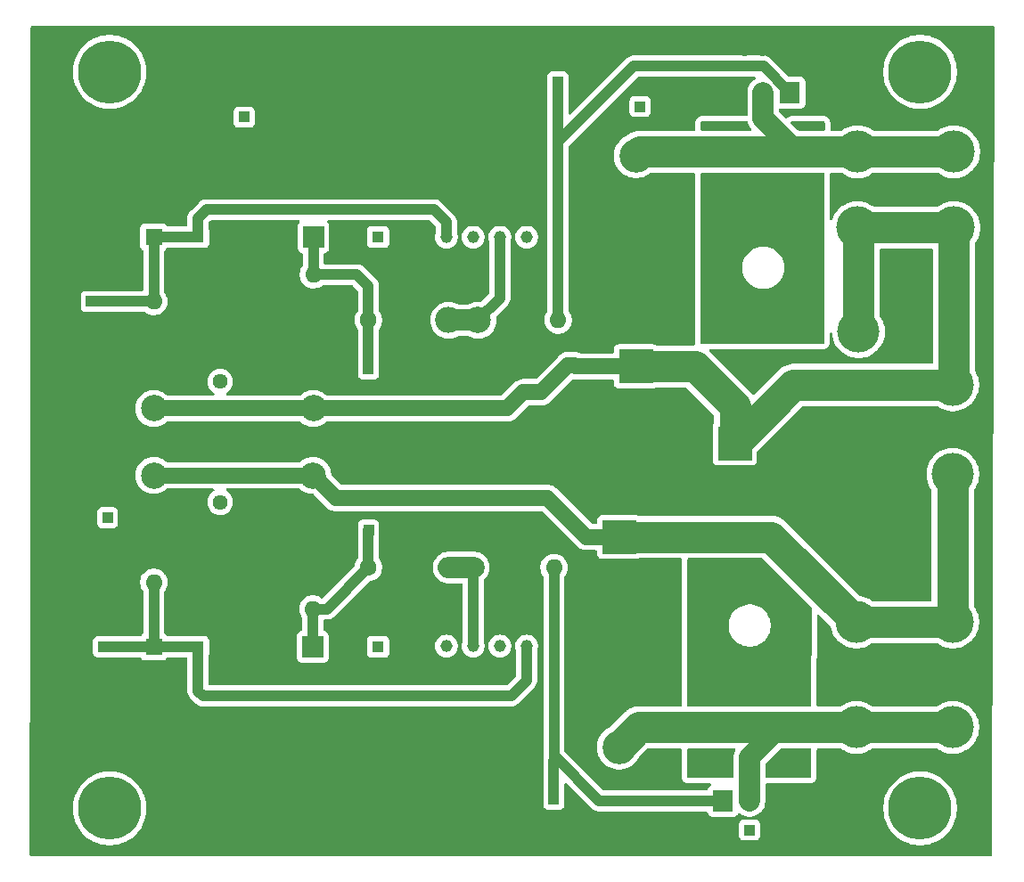
<source format=gtl>
G04 #@! TF.GenerationSoftware,KiCad,Pcbnew,9.0.1*
G04 #@! TF.CreationDate,2025-07-15T15:56:13+03:00*
G04 #@! TF.ProjectId,pcb_no_div,7063625f-6e6f-45f6-9469-762e6b696361,rev?*
G04 #@! TF.SameCoordinates,Original*
G04 #@! TF.FileFunction,Copper,L1,Top*
G04 #@! TF.FilePolarity,Positive*
%FSLAX46Y46*%
G04 Gerber Fmt 4.6, Leading zero omitted, Abs format (unit mm)*
G04 Created by KiCad (PCBNEW 9.0.1) date 2025-07-15 15:56:13*
%MOMM*%
%LPD*%
G01*
G04 APERTURE LIST*
G04 #@! TA.AperFunction,ComponentPad*
%ADD10C,2.500000*%
G04 #@! TD*
G04 #@! TA.AperFunction,ComponentPad*
%ADD11O,1.600000X1.600000*%
G04 #@! TD*
G04 #@! TA.AperFunction,ComponentPad*
%ADD12R,2.000000X2.000000*%
G04 #@! TD*
G04 #@! TA.AperFunction,ComponentPad*
%ADD13O,2.000000X2.000000*%
G04 #@! TD*
G04 #@! TA.AperFunction,ComponentPad*
%ADD14R,1.000000X1.000000*%
G04 #@! TD*
G04 #@! TA.AperFunction,ComponentPad*
%ADD15R,1.100000X1.100000*%
G04 #@! TD*
G04 #@! TA.AperFunction,ComponentPad*
%ADD16C,1.100000*%
G04 #@! TD*
G04 #@! TA.AperFunction,ComponentPad*
%ADD17C,4.000000*%
G04 #@! TD*
G04 #@! TA.AperFunction,ComponentPad*
%ADD18C,1.600000*%
G04 #@! TD*
G04 #@! TA.AperFunction,ComponentPad*
%ADD19O,2.500000X2.500000*%
G04 #@! TD*
G04 #@! TA.AperFunction,ComponentPad*
%ADD20O,1.905000X2.000000*%
G04 #@! TD*
G04 #@! TA.AperFunction,ComponentPad*
%ADD21R,1.905000X2.000000*%
G04 #@! TD*
G04 #@! TA.AperFunction,ComponentPad*
%ADD22C,1.440000*%
G04 #@! TD*
G04 #@! TA.AperFunction,WasherPad*
%ADD23C,6.000000*%
G04 #@! TD*
G04 #@! TA.AperFunction,ComponentPad*
%ADD24R,1.160000X1.160000*%
G04 #@! TD*
G04 #@! TA.AperFunction,ComponentPad*
%ADD25C,1.160000*%
G04 #@! TD*
G04 #@! TA.AperFunction,ComponentPad*
%ADD26R,3.200000X3.200000*%
G04 #@! TD*
G04 #@! TA.AperFunction,ComponentPad*
%ADD27O,3.200000X3.200000*%
G04 #@! TD*
G04 #@! TA.AperFunction,ComponentPad*
%ADD28R,1.600000X1.600000*%
G04 #@! TD*
G04 #@! TA.AperFunction,ComponentPad*
%ADD29C,2.000000*%
G04 #@! TD*
G04 #@! TA.AperFunction,ViaPad*
%ADD30C,0.600000*%
G04 #@! TD*
G04 #@! TA.AperFunction,Conductor*
%ADD31C,2.000000*%
G04 #@! TD*
G04 #@! TA.AperFunction,Conductor*
%ADD32C,3.000000*%
G04 #@! TD*
G04 #@! TA.AperFunction,Conductor*
%ADD33C,1.500000*%
G04 #@! TD*
G04 #@! TA.AperFunction,Conductor*
%ADD34C,0.127000*%
G04 #@! TD*
G04 #@! TA.AperFunction,Conductor*
%ADD35C,1.000000*%
G04 #@! TD*
G04 #@! TA.AperFunction,Conductor*
%ADD36C,0.500000*%
G04 #@! TD*
G04 APERTURE END LIST*
D10*
X49950000Y-73250000D03*
D11*
X49950000Y-83410000D03*
D12*
X65100000Y-50600000D03*
D13*
X65100000Y-42980000D03*
D14*
X106550000Y-106950000D03*
D10*
X80740000Y-58500000D03*
D11*
X88360000Y-58500000D03*
D15*
X71250000Y-50600000D03*
D16*
X73250000Y-50600000D03*
D12*
X65050000Y-89540000D03*
D13*
X65050000Y-97160000D03*
D17*
X125950000Y-49700000D03*
D14*
X96150000Y-38200000D03*
X87950000Y-104050000D03*
D17*
X116700000Y-97200000D03*
D15*
X71250000Y-89540000D03*
D16*
X73250000Y-89540000D03*
D17*
X125850000Y-64650000D03*
D14*
X44000000Y-56730000D03*
D17*
X116800000Y-42500000D03*
X116900000Y-59600000D03*
X113600000Y-72500000D03*
D15*
X54150000Y-89540000D03*
D16*
X56150000Y-89540000D03*
D14*
X45150000Y-89540000D03*
X58550000Y-39200000D03*
D17*
X125850000Y-97200000D03*
D18*
X70340000Y-58500000D03*
D19*
X77960000Y-58500000D03*
D20*
X107850000Y-36870000D03*
D21*
X110390000Y-36870000D03*
D20*
X105310000Y-36870000D03*
D14*
X88350000Y-35850000D03*
D22*
X56250000Y-66890000D03*
X56250000Y-64350000D03*
X56250000Y-61810000D03*
D17*
X114800000Y-105300000D03*
D22*
X56250000Y-73250000D03*
X56250000Y-75790000D03*
X56250000Y-78330000D03*
D23*
X45750000Y-104900000D03*
D24*
X85360000Y-43000000D03*
D25*
X82820000Y-43000000D03*
X80280000Y-43000000D03*
X77740000Y-43000000D03*
X77740000Y-50620000D03*
X80280000Y-50620000D03*
X82820000Y-50620000D03*
X85360000Y-50620000D03*
D17*
X125950000Y-42500000D03*
X116800000Y-49700000D03*
D26*
X95750000Y-62900000D03*
D27*
X95750000Y-42900000D03*
D10*
X49950000Y-66890000D03*
D11*
X49950000Y-56730000D03*
D23*
X122750000Y-34900000D03*
D28*
X49950000Y-89540000D03*
D11*
X49950000Y-97160000D03*
D20*
X106550000Y-104180000D03*
D21*
X104010000Y-104180000D03*
D20*
X109090000Y-104180000D03*
D17*
X125850000Y-87200000D03*
D18*
X70340000Y-82000000D03*
D13*
X77960000Y-82000000D03*
D14*
X70350000Y-78450000D03*
D26*
X94150000Y-79100000D03*
D27*
X94150000Y-99100000D03*
D15*
X54150000Y-50600000D03*
D16*
X56150000Y-50600000D03*
D23*
X45750000Y-34900000D03*
D17*
X125850000Y-73150000D03*
D29*
X80340000Y-82000000D03*
D11*
X87960000Y-82000000D03*
D26*
X105150000Y-70200000D03*
D27*
X85150000Y-70200000D03*
D14*
X45550000Y-77250000D03*
D28*
X49950000Y-50600000D03*
D11*
X49950000Y-42980000D03*
D14*
X70340000Y-63150000D03*
D23*
X122750000Y-104900000D03*
D17*
X116700000Y-87200000D03*
D10*
X65100000Y-66890000D03*
D11*
X65100000Y-54190000D03*
D24*
X77740000Y-97100000D03*
D25*
X80280000Y-97100000D03*
X82820000Y-97100000D03*
X85360000Y-97100000D03*
X85360000Y-89480000D03*
X82820000Y-89480000D03*
X80280000Y-89480000D03*
X77740000Y-89480000D03*
D10*
X65050000Y-73250000D03*
D11*
X65050000Y-85950000D03*
D30*
X47850000Y-72900000D03*
X47850000Y-69400000D03*
X47850000Y-67750000D03*
X47850000Y-71200000D03*
X45900000Y-71150000D03*
X45900000Y-67700000D03*
X45900000Y-69350000D03*
X45900000Y-72850000D03*
X46700000Y-85600000D03*
X46700000Y-82100000D03*
X46700000Y-80450000D03*
X46700000Y-83900000D03*
X44750000Y-83850000D03*
X44750000Y-80400000D03*
X44750000Y-82050000D03*
X44750000Y-85550000D03*
X57550000Y-82750000D03*
X54050000Y-82750000D03*
X52400000Y-82750000D03*
X55850000Y-82750000D03*
X55800000Y-84700000D03*
X52350000Y-84700000D03*
X54000000Y-84700000D03*
X57500000Y-84700000D03*
X123050000Y-58750000D03*
X123050000Y-55250000D03*
X123050000Y-53600000D03*
X123050000Y-57050000D03*
X121100000Y-57000000D03*
X121100000Y-53550000D03*
X121100000Y-55200000D03*
X121100000Y-58700000D03*
X120950000Y-73300000D03*
X120950000Y-69800000D03*
X120950000Y-68150000D03*
X120950000Y-71600000D03*
X119000000Y-71550000D03*
X119000000Y-68100000D03*
X119000000Y-69750000D03*
X119000000Y-73250000D03*
X120900000Y-81150000D03*
X120900000Y-77650000D03*
X120900000Y-76000000D03*
X120900000Y-79450000D03*
X118950000Y-79400000D03*
X118950000Y-75950000D03*
X118950000Y-77600000D03*
X118950000Y-81100000D03*
X97000000Y-92050000D03*
X97000000Y-88550000D03*
X97000000Y-86900000D03*
X97000000Y-90350000D03*
X95050000Y-90300000D03*
X95050000Y-86850000D03*
X95050000Y-88500000D03*
X95050000Y-92000000D03*
X91950000Y-92050000D03*
X91950000Y-88550000D03*
X91950000Y-86900000D03*
X91950000Y-90350000D03*
X90000000Y-90300000D03*
X90000000Y-86850000D03*
X90000000Y-88500000D03*
X90000000Y-92000000D03*
X99450000Y-55050000D03*
X99450000Y-51550000D03*
X99450000Y-49900000D03*
X99450000Y-53350000D03*
X97500000Y-53300000D03*
X97500000Y-49850000D03*
X97500000Y-51500000D03*
X97500000Y-55000000D03*
X93650000Y-54950000D03*
X93650000Y-51450000D03*
X93650000Y-49800000D03*
X93650000Y-53250000D03*
X91700000Y-53200000D03*
X91700000Y-49750000D03*
X91700000Y-51400000D03*
X91700000Y-54900000D03*
X98300000Y-72850000D03*
X98300000Y-69350000D03*
X98300000Y-67700000D03*
X98300000Y-71150000D03*
X96350000Y-71100000D03*
X96350000Y-67650000D03*
X96350000Y-69300000D03*
X96350000Y-72800000D03*
X91550000Y-72800000D03*
X91550000Y-69300000D03*
X91550000Y-67650000D03*
X91550000Y-71100000D03*
X89600000Y-71050000D03*
X89600000Y-67600000D03*
X89600000Y-69250000D03*
X89600000Y-72750000D03*
X58100000Y-70950000D03*
X63000000Y-70950000D03*
X53000000Y-69000000D03*
X61350000Y-70950000D03*
X51350000Y-69000000D03*
X59650000Y-70950000D03*
X54750000Y-70950000D03*
X56450000Y-70950000D03*
X56500000Y-69000000D03*
X59700000Y-69000000D03*
X61400000Y-69000000D03*
X63050000Y-69000000D03*
X51300000Y-70950000D03*
X52950000Y-70950000D03*
X54800000Y-69000000D03*
X58150000Y-69000000D03*
X76850000Y-71450000D03*
X81750000Y-71450000D03*
X71750000Y-69500000D03*
X80100000Y-71450000D03*
X70100000Y-69500000D03*
X78400000Y-71450000D03*
X73500000Y-71450000D03*
X75200000Y-71450000D03*
X75250000Y-69500000D03*
X78450000Y-69500000D03*
X80150000Y-69500000D03*
X81800000Y-69500000D03*
X70050000Y-71450000D03*
X71700000Y-71450000D03*
X73550000Y-69500000D03*
X76900000Y-69500000D03*
X44650000Y-99100000D03*
X46600000Y-99150000D03*
X46600000Y-100800000D03*
X46600000Y-97450000D03*
X44650000Y-100750000D03*
X44650000Y-97400000D03*
X44850000Y-94100000D03*
X46800000Y-94150000D03*
X46800000Y-95800000D03*
X46800000Y-92450000D03*
X44850000Y-95750000D03*
X44850000Y-92400000D03*
X42300000Y-99300000D03*
X40350000Y-99250000D03*
X42300000Y-100950000D03*
X42300000Y-97600000D03*
X40350000Y-96000000D03*
X40350000Y-92650000D03*
X42300000Y-94400000D03*
X40350000Y-94350000D03*
X40350000Y-97550000D03*
X42300000Y-92700000D03*
X40350000Y-100900000D03*
X42300000Y-96050000D03*
X84300000Y-108250000D03*
X94400000Y-106300000D03*
X96550000Y-106300000D03*
X98200000Y-108250000D03*
X101650000Y-108250000D03*
X82650000Y-108250000D03*
X92750000Y-106300000D03*
X96500000Y-108250000D03*
X100050000Y-106300000D03*
X89250000Y-106300000D03*
X84350000Y-106300000D03*
X98250000Y-106300000D03*
X100000000Y-108250000D03*
X92700000Y-108250000D03*
X101700000Y-106300000D03*
X90900000Y-108250000D03*
X90950000Y-106300000D03*
X86050000Y-106300000D03*
X89200000Y-108250000D03*
X82700000Y-106300000D03*
X87600000Y-106300000D03*
X86000000Y-108250000D03*
X94350000Y-108250000D03*
X87550000Y-108250000D03*
X79900000Y-100700000D03*
X79900000Y-107050000D03*
X79950000Y-105100000D03*
X81600000Y-105100000D03*
X81550000Y-100700000D03*
X81550000Y-107050000D03*
X79850000Y-102650000D03*
X81500000Y-102650000D03*
X72550000Y-105200000D03*
X74200000Y-107150000D03*
X77650000Y-107150000D03*
X72500000Y-107150000D03*
X76050000Y-105200000D03*
X74250000Y-105200000D03*
X76000000Y-107150000D03*
X77700000Y-105200000D03*
X72450000Y-102750000D03*
X74150000Y-102750000D03*
X77650000Y-100800000D03*
X74200000Y-100800000D03*
X77600000Y-102750000D03*
X72500000Y-100800000D03*
X75950000Y-102750000D03*
X76000000Y-100800000D03*
X64850000Y-107100000D03*
X68350000Y-107100000D03*
X66600000Y-105150000D03*
X64900000Y-105150000D03*
X66550000Y-107100000D03*
X70000000Y-107100000D03*
X68400000Y-105150000D03*
X70050000Y-105150000D03*
X59250000Y-107100000D03*
X52650000Y-107100000D03*
X62750000Y-105150000D03*
X61050000Y-107100000D03*
X52700000Y-105150000D03*
X57600000Y-105150000D03*
X61100000Y-105150000D03*
X51000000Y-107100000D03*
X51050000Y-105150000D03*
X55950000Y-105150000D03*
X54350000Y-107100000D03*
X62700000Y-107100000D03*
X59300000Y-105150000D03*
X54400000Y-105150000D03*
X57550000Y-107100000D03*
X55900000Y-107100000D03*
X64800000Y-102700000D03*
X68300000Y-102700000D03*
X66550000Y-100750000D03*
X64850000Y-100750000D03*
X66500000Y-102700000D03*
X69950000Y-102700000D03*
X68350000Y-100750000D03*
X70000000Y-100750000D03*
X59200000Y-102700000D03*
X52600000Y-102700000D03*
X62700000Y-100750000D03*
X61000000Y-102700000D03*
X52650000Y-100750000D03*
X57550000Y-100750000D03*
X61050000Y-100750000D03*
X50950000Y-102700000D03*
X51000000Y-100750000D03*
X55900000Y-100750000D03*
X54300000Y-102700000D03*
X62650000Y-102700000D03*
X59250000Y-100750000D03*
X54350000Y-100750000D03*
X57500000Y-102700000D03*
X55850000Y-102700000D03*
X78600000Y-39650000D03*
X82100000Y-37700000D03*
X80400000Y-39650000D03*
X76950000Y-37700000D03*
X80450000Y-37700000D03*
X82050000Y-39650000D03*
X78650000Y-37700000D03*
X76900000Y-39650000D03*
X42300000Y-86400000D03*
X42300000Y-88100000D03*
X42300000Y-81500000D03*
X42300000Y-84850000D03*
X42300000Y-79700000D03*
X42300000Y-89750000D03*
X42300000Y-83200000D03*
X42300000Y-78050000D03*
X40350000Y-84800000D03*
X40350000Y-78000000D03*
X40350000Y-83150000D03*
X40350000Y-88050000D03*
X40350000Y-86350000D03*
X40350000Y-81450000D03*
X40350000Y-79650000D03*
X40350000Y-89700000D03*
X43400000Y-69000000D03*
X43400000Y-70700000D03*
X43400000Y-64100000D03*
X43400000Y-67450000D03*
X43400000Y-62300000D03*
X43400000Y-72350000D03*
X43400000Y-65800000D03*
X43400000Y-60650000D03*
X41450000Y-67400000D03*
X41450000Y-60600000D03*
X41450000Y-65750000D03*
X41450000Y-70650000D03*
X41450000Y-68950000D03*
X41450000Y-64050000D03*
X41450000Y-62250000D03*
X41450000Y-72300000D03*
X66400000Y-39650000D03*
X64700000Y-39650000D03*
X71300000Y-39650000D03*
X67950000Y-39650000D03*
X73100000Y-39650000D03*
X63050000Y-39650000D03*
X69600000Y-39650000D03*
X74750000Y-39650000D03*
X68000000Y-37700000D03*
X74800000Y-37700000D03*
X69650000Y-37700000D03*
X64750000Y-37700000D03*
X66450000Y-37700000D03*
X71350000Y-37700000D03*
X73150000Y-37700000D03*
X63100000Y-37700000D03*
X43350000Y-47900000D03*
X43350000Y-49600000D03*
X43350000Y-43000000D03*
X43350000Y-46350000D03*
X43350000Y-41200000D03*
X43350000Y-51250000D03*
X43350000Y-44700000D03*
X43350000Y-39550000D03*
X41400000Y-46300000D03*
X41400000Y-39500000D03*
X41400000Y-44650000D03*
X41400000Y-49550000D03*
X41400000Y-47850000D03*
X41400000Y-42950000D03*
X41400000Y-41150000D03*
X41400000Y-51200000D03*
X78050000Y-34850000D03*
X56250000Y-34850000D03*
X83150000Y-34850000D03*
X79700000Y-34850000D03*
X75800000Y-34850000D03*
X63050000Y-34850000D03*
X64750000Y-34850000D03*
X57900000Y-34850000D03*
X53000000Y-34850000D03*
X54700000Y-34850000D03*
X59600000Y-34850000D03*
X81400000Y-34850000D03*
X66750000Y-34850000D03*
X74100000Y-34850000D03*
X61400000Y-34850000D03*
X70100000Y-34850000D03*
X72450000Y-34850000D03*
X51350000Y-34850000D03*
X68400000Y-34850000D03*
X84800000Y-34850000D03*
X111050000Y-33150000D03*
X117850000Y-33150000D03*
X112700000Y-33150000D03*
X107800000Y-33150000D03*
X109500000Y-33150000D03*
X114400000Y-33150000D03*
X116200000Y-33150000D03*
X106150000Y-33150000D03*
X93850000Y-33000000D03*
X100650000Y-33000000D03*
X102350000Y-33000000D03*
X95500000Y-33000000D03*
X90600000Y-33000000D03*
X92300000Y-33000000D03*
X97200000Y-33000000D03*
X104350000Y-33000000D03*
X99000000Y-33000000D03*
X88950000Y-33000000D03*
X84850000Y-32900000D03*
X86550000Y-32900000D03*
X83200000Y-32900000D03*
X79750000Y-32900000D03*
X81450000Y-32900000D03*
X78100000Y-32900000D03*
X74150000Y-32900000D03*
X75850000Y-32900000D03*
X72500000Y-32900000D03*
X68450000Y-32900000D03*
X70150000Y-32900000D03*
X66800000Y-32900000D03*
X63100000Y-32900000D03*
X64800000Y-32900000D03*
X61450000Y-32900000D03*
X57950000Y-32900000D03*
X59650000Y-32900000D03*
X56300000Y-32900000D03*
X54750000Y-32900000D03*
X53050000Y-32900000D03*
X51400000Y-32900000D03*
D31*
X106550000Y-104180000D02*
X106550000Y-100050000D01*
D32*
X109400000Y-97200000D02*
X96050000Y-97200000D01*
D31*
X106550000Y-100050000D02*
X109400000Y-97200000D01*
D32*
X116700000Y-97200000D02*
X109400000Y-97200000D01*
X96050000Y-97200000D02*
X94150000Y-99100000D01*
D31*
X107850000Y-39300000D02*
X111050000Y-42500000D01*
X107850000Y-36870000D02*
X107850000Y-39300000D01*
D32*
X111050000Y-42500000D02*
X96150000Y-42500000D01*
X96150000Y-42500000D02*
X95750000Y-42900000D01*
X116800000Y-42500000D02*
X111050000Y-42500000D01*
D33*
X89850000Y-62750000D02*
X90000000Y-62900000D01*
X89300000Y-62750000D02*
X89850000Y-62750000D01*
X89300000Y-62800000D02*
X89300000Y-62750000D01*
X86750000Y-65350000D02*
X89300000Y-62800000D01*
X83510000Y-66890000D02*
X85050000Y-65350000D01*
X85050000Y-65350000D02*
X86750000Y-65350000D01*
X49950000Y-66890000D02*
X83510000Y-66890000D01*
X90000000Y-62900000D02*
X95750000Y-62900000D01*
X91050000Y-79100000D02*
X94150000Y-79100000D01*
X65100000Y-73250000D02*
X67250000Y-75400000D01*
X65050000Y-73250000D02*
X65100000Y-73250000D01*
X67250000Y-75400000D02*
X87350000Y-75400000D01*
X87350000Y-75400000D02*
X91050000Y-79100000D01*
X49950000Y-73250000D02*
X65050000Y-73250000D01*
D32*
X125850000Y-97200000D02*
X116700000Y-97200000D01*
X108600000Y-79100000D02*
X94150000Y-79100000D01*
X116700000Y-87200000D02*
X108600000Y-79100000D01*
X125850000Y-87200000D02*
X116700000Y-87200000D01*
X125850000Y-73150000D02*
X125850000Y-87200000D01*
X101350000Y-62900000D02*
X95750000Y-62900000D01*
X105150000Y-66700000D02*
X101350000Y-62900000D01*
X105150000Y-70200000D02*
X105150000Y-66700000D01*
X110700000Y-64650000D02*
X105150000Y-70200000D01*
X125850000Y-64650000D02*
X110700000Y-64650000D01*
X125950000Y-64550000D02*
X125850000Y-64650000D01*
X125950000Y-49700000D02*
X125950000Y-64550000D01*
X116800000Y-49700000D02*
X125950000Y-49700000D01*
X116900000Y-49800000D02*
X116800000Y-49700000D01*
X116900000Y-59600000D02*
X116900000Y-49800000D01*
X125950000Y-42500000D02*
X116800000Y-42500000D01*
D31*
X116800000Y-59500000D02*
X116900000Y-59600000D01*
D34*
X125850000Y-49800000D02*
X125950000Y-49700000D01*
X95650000Y-42800000D02*
X95750000Y-42900000D01*
D35*
X82820000Y-56420000D02*
X80740000Y-58500000D01*
D31*
X77960000Y-58500000D02*
X80740000Y-58500000D01*
D35*
X82820000Y-50620000D02*
X82820000Y-56420000D01*
D36*
X80250000Y-50650000D02*
X80280000Y-50620000D01*
D35*
X80280000Y-89480000D02*
X80280000Y-82060000D01*
D36*
X80280000Y-82060000D02*
X80340000Y-82000000D01*
D31*
X77960000Y-82000000D02*
X80340000Y-82000000D01*
D35*
X107870000Y-34350000D02*
X110390000Y-36870000D01*
X95550000Y-34350000D02*
X107870000Y-34350000D01*
X88350000Y-41530000D02*
X88350000Y-35850000D01*
X88360000Y-41540000D02*
X95550000Y-34350000D01*
X88360000Y-58500000D02*
X88360000Y-41540000D01*
X88360000Y-41540000D02*
X88350000Y-41530000D01*
X87960000Y-99910000D02*
X92230000Y-104180000D01*
X92230000Y-104180000D02*
X104010000Y-104180000D01*
X87960000Y-99910000D02*
X87960000Y-100410000D01*
X87950000Y-100420000D02*
X87950000Y-104050000D01*
X87960000Y-100410000D02*
X87950000Y-100420000D01*
X87960000Y-82000000D02*
X87960000Y-99910000D01*
X77740000Y-49190000D02*
X76550000Y-48000000D01*
X49950000Y-50600000D02*
X49950000Y-56730000D01*
X54950000Y-48000000D02*
X54150000Y-48800000D01*
X54150000Y-48800000D02*
X54150000Y-50600000D01*
X49950000Y-50600000D02*
X54150000Y-50600000D01*
X77740000Y-50620000D02*
X77740000Y-49190000D01*
X76550000Y-48000000D02*
X54950000Y-48000000D01*
X49950000Y-56730000D02*
X44000000Y-56730000D01*
X70340000Y-63150000D02*
X70340000Y-58500000D01*
X69240000Y-54190000D02*
X65100000Y-54190000D01*
X70340000Y-58500000D02*
X70340000Y-55290000D01*
X65100000Y-50600000D02*
X65100000Y-54190000D01*
D36*
X70350000Y-58510000D02*
X70340000Y-58500000D01*
D35*
X70340000Y-55290000D02*
X69240000Y-54190000D01*
X54150000Y-89540000D02*
X54150000Y-93750000D01*
X49950000Y-89540000D02*
X45150000Y-89540000D01*
X54150000Y-93750000D02*
X54600000Y-94200000D01*
X85360000Y-92750000D02*
X85360000Y-89480000D01*
X54600000Y-94200000D02*
X83910000Y-94200000D01*
X83910000Y-94200000D02*
X85360000Y-92750000D01*
X49950000Y-83410000D02*
X49950000Y-89540000D01*
X54150000Y-89540000D02*
X49950000Y-89540000D01*
X70340000Y-82000000D02*
X70340000Y-78460000D01*
X65050000Y-85950000D02*
X65050000Y-89540000D01*
X65050000Y-85950000D02*
X66390000Y-85950000D01*
X70340000Y-78460000D02*
X70350000Y-78450000D01*
X66390000Y-85950000D02*
X70340000Y-82000000D01*
G04 #@! TA.AperFunction,NonConductor*
G36*
X113642745Y-39619685D02*
G01*
X113688500Y-39672489D01*
X113699706Y-39724293D01*
X113698166Y-40375793D01*
X113678323Y-40442786D01*
X113625411Y-40488416D01*
X113574166Y-40499500D01*
X111222889Y-40499500D01*
X111155850Y-40479815D01*
X111135208Y-40463181D01*
X110483708Y-39811681D01*
X110450223Y-39750358D01*
X110455207Y-39680666D01*
X110497079Y-39624733D01*
X110562543Y-39600316D01*
X110571389Y-39600000D01*
X113575706Y-39600000D01*
X113642745Y-39619685D01*
G37*
G04 #@! TD.AperFunction*
G04 #@! TA.AperFunction,NonConductor*
G36*
X106346705Y-39619685D02*
G01*
X106392460Y-39672489D01*
X106397592Y-39685671D01*
X106410142Y-39724293D01*
X106459433Y-39875994D01*
X106566657Y-40086434D01*
X106705484Y-40277511D01*
X106715792Y-40287819D01*
X106749277Y-40349142D01*
X106744293Y-40418834D01*
X106702421Y-40474767D01*
X106636957Y-40499184D01*
X106628111Y-40499500D01*
X102022168Y-40499500D01*
X101955129Y-40479815D01*
X101909374Y-40427011D01*
X101898168Y-40375207D01*
X101899708Y-39723707D01*
X101919551Y-39656714D01*
X101972463Y-39611084D01*
X102023708Y-39600000D01*
X106279666Y-39600000D01*
X106346705Y-39619685D01*
G37*
G04 #@! TD.AperFunction*
G04 #@! TA.AperFunction,NonConductor*
G36*
X113631160Y-44520185D02*
G01*
X113676915Y-44572989D01*
X113688121Y-44624793D01*
X113650292Y-60626293D01*
X113630449Y-60693286D01*
X113577537Y-60738916D01*
X113526292Y-60750000D01*
X101974294Y-60750000D01*
X101907255Y-60730315D01*
X101861500Y-60677511D01*
X101850294Y-60625707D01*
X101867379Y-53398872D01*
X105849500Y-53398872D01*
X105849500Y-53661127D01*
X105876123Y-53863339D01*
X105883730Y-53921116D01*
X105951602Y-54174418D01*
X105951605Y-54174428D01*
X106051953Y-54416690D01*
X106051958Y-54416700D01*
X106183075Y-54643803D01*
X106342718Y-54851851D01*
X106342726Y-54851860D01*
X106528140Y-55037274D01*
X106528148Y-55037281D01*
X106736196Y-55196924D01*
X106963299Y-55328041D01*
X106963309Y-55328046D01*
X107205571Y-55428394D01*
X107205581Y-55428398D01*
X107458884Y-55496270D01*
X107718880Y-55530500D01*
X107718887Y-55530500D01*
X107981113Y-55530500D01*
X107981120Y-55530500D01*
X108241116Y-55496270D01*
X108494419Y-55428398D01*
X108736697Y-55328043D01*
X108963803Y-55196924D01*
X109171851Y-55037282D01*
X109171855Y-55037277D01*
X109171860Y-55037274D01*
X109357274Y-54851860D01*
X109357277Y-54851855D01*
X109357282Y-54851851D01*
X109516924Y-54643803D01*
X109648043Y-54416697D01*
X109748398Y-54174419D01*
X109816270Y-53921116D01*
X109850500Y-53661120D01*
X109850500Y-53398880D01*
X109816270Y-53138884D01*
X109748398Y-52885581D01*
X109748394Y-52885571D01*
X109648046Y-52643309D01*
X109648041Y-52643299D01*
X109516924Y-52416196D01*
X109357281Y-52208148D01*
X109357274Y-52208140D01*
X109171860Y-52022726D01*
X109171851Y-52022718D01*
X108963803Y-51863075D01*
X108736700Y-51731958D01*
X108736690Y-51731953D01*
X108494428Y-51631605D01*
X108494421Y-51631603D01*
X108494419Y-51631602D01*
X108241116Y-51563730D01*
X108183339Y-51556123D01*
X107981127Y-51529500D01*
X107981120Y-51529500D01*
X107718880Y-51529500D01*
X107718872Y-51529500D01*
X107487772Y-51559926D01*
X107458884Y-51563730D01*
X107205581Y-51631602D01*
X107205571Y-51631605D01*
X106963309Y-51731953D01*
X106963299Y-51731958D01*
X106736196Y-51863075D01*
X106528148Y-52022718D01*
X106342718Y-52208148D01*
X106183075Y-52416196D01*
X106051958Y-52643299D01*
X106051953Y-52643309D01*
X105951605Y-52885571D01*
X105951602Y-52885581D01*
X105883730Y-53138885D01*
X105849500Y-53398872D01*
X101867379Y-53398872D01*
X101867389Y-53394528D01*
X101888123Y-44624207D01*
X101907966Y-44557214D01*
X101960878Y-44511584D01*
X102012123Y-44500500D01*
X113564121Y-44500500D01*
X113631160Y-44520185D01*
G37*
G04 #@! TD.AperFunction*
G04 #@! TA.AperFunction,NonConductor*
G36*
X107787043Y-81120185D02*
G01*
X107807685Y-81136819D01*
X112401933Y-85731067D01*
X112435418Y-85792390D01*
X112438252Y-85819041D01*
X112416369Y-95075793D01*
X112396526Y-95142786D01*
X112343614Y-95188416D01*
X112292369Y-95199500D01*
X100740371Y-95199500D01*
X100673332Y-95179815D01*
X100627577Y-95127011D01*
X100616371Y-95075207D01*
X100634542Y-87388872D01*
X104549500Y-87388872D01*
X104549500Y-87651127D01*
X104574949Y-87844419D01*
X104583730Y-87911116D01*
X104630777Y-88086697D01*
X104651602Y-88164418D01*
X104651605Y-88164428D01*
X104751953Y-88406690D01*
X104751958Y-88406700D01*
X104883075Y-88633803D01*
X105042718Y-88841851D01*
X105042726Y-88841860D01*
X105228140Y-89027274D01*
X105228148Y-89027281D01*
X105436196Y-89186924D01*
X105663299Y-89318041D01*
X105663309Y-89318046D01*
X105905571Y-89418394D01*
X105905581Y-89418398D01*
X106158884Y-89486270D01*
X106418880Y-89520500D01*
X106418887Y-89520500D01*
X106681113Y-89520500D01*
X106681120Y-89520500D01*
X106941116Y-89486270D01*
X107194419Y-89418398D01*
X107436697Y-89318043D01*
X107663803Y-89186924D01*
X107871851Y-89027282D01*
X107871855Y-89027277D01*
X107871860Y-89027274D01*
X108057274Y-88841860D01*
X108057277Y-88841855D01*
X108057282Y-88841851D01*
X108216924Y-88633803D01*
X108348043Y-88406697D01*
X108448398Y-88164419D01*
X108516270Y-87911116D01*
X108550500Y-87651120D01*
X108550500Y-87388880D01*
X108516270Y-87128884D01*
X108448398Y-86875581D01*
X108420771Y-86808884D01*
X108348046Y-86633309D01*
X108348041Y-86633299D01*
X108216924Y-86406196D01*
X108057281Y-86198148D01*
X108057274Y-86198140D01*
X107871860Y-86012726D01*
X107871851Y-86012718D01*
X107663803Y-85853075D01*
X107436700Y-85721958D01*
X107436690Y-85721953D01*
X107194428Y-85621605D01*
X107194421Y-85621603D01*
X107194419Y-85621602D01*
X106941116Y-85553730D01*
X106883339Y-85546123D01*
X106681127Y-85519500D01*
X106681120Y-85519500D01*
X106418880Y-85519500D01*
X106418872Y-85519500D01*
X106187772Y-85549926D01*
X106158884Y-85553730D01*
X105905581Y-85621602D01*
X105905571Y-85621605D01*
X105663309Y-85721953D01*
X105663299Y-85721958D01*
X105436196Y-85853075D01*
X105228148Y-86012718D01*
X105042718Y-86198148D01*
X104883075Y-86406196D01*
X104751958Y-86633299D01*
X104751953Y-86633309D01*
X104651605Y-86875571D01*
X104651602Y-86875581D01*
X104583730Y-87128885D01*
X104549500Y-87388872D01*
X100634542Y-87388872D01*
X100634552Y-87384528D01*
X100649116Y-81224207D01*
X100668959Y-81157214D01*
X100721871Y-81111584D01*
X100773116Y-81100500D01*
X107720004Y-81100500D01*
X107787043Y-81120185D01*
G37*
G04 #@! TD.AperFunction*
G04 #@! TA.AperFunction,NonConductor*
G36*
X112349363Y-99220185D02*
G01*
X112395118Y-99272989D01*
X112406324Y-99324793D01*
X112400292Y-101876293D01*
X112380449Y-101943286D01*
X112327537Y-101988916D01*
X112276292Y-102000000D01*
X108174500Y-102000000D01*
X108107461Y-101980315D01*
X108061706Y-101927511D01*
X108050500Y-101876000D01*
X108050500Y-100722889D01*
X108070185Y-100655850D01*
X108086819Y-100635208D01*
X109485209Y-99236819D01*
X109546532Y-99203334D01*
X109572890Y-99200500D01*
X112282324Y-99200500D01*
X112349363Y-99220185D01*
G37*
G04 #@! TD.AperFunction*
G04 #@! TA.AperFunction,NonConductor*
G36*
X105163480Y-99220185D02*
G01*
X105209235Y-99272989D01*
X105219179Y-99342147D01*
X105206926Y-99380795D01*
X105159434Y-99474003D01*
X105086446Y-99698631D01*
X105049500Y-99931902D01*
X105049500Y-101876000D01*
X105029815Y-101943039D01*
X104977011Y-101988794D01*
X104925500Y-102000000D01*
X100724294Y-102000000D01*
X100657255Y-101980315D01*
X100611500Y-101927511D01*
X100600294Y-101875707D01*
X100606326Y-99324207D01*
X100626169Y-99257214D01*
X100679081Y-99211584D01*
X100730326Y-99200500D01*
X105096441Y-99200500D01*
X105163480Y-99220185D01*
G37*
G04 #@! TD.AperFunction*
G04 #@! TA.AperFunction,Conductor*
G36*
X123892539Y-51720185D02*
G01*
X123938294Y-51772989D01*
X123949500Y-51824500D01*
X123949500Y-62525500D01*
X123929815Y-62592539D01*
X123877011Y-62638294D01*
X123825500Y-62649500D01*
X110568872Y-62649500D01*
X110438882Y-62666615D01*
X110438881Y-62666615D01*
X110308887Y-62683728D01*
X110055580Y-62751602D01*
X109813309Y-62851954D01*
X109813299Y-62851958D01*
X109586197Y-62983075D01*
X109464989Y-63076082D01*
X109378150Y-63142715D01*
X109378143Y-63142721D01*
X106968026Y-65552838D01*
X106953013Y-65561035D01*
X106941063Y-65573274D01*
X106922983Y-65577433D01*
X106906703Y-65586323D01*
X106889642Y-65585102D01*
X106872972Y-65588938D01*
X106855514Y-65582662D01*
X106837011Y-65581339D01*
X106822984Y-65570968D01*
X106807222Y-65565302D01*
X106781969Y-65540643D01*
X106749135Y-65497853D01*
X106711201Y-65448417D01*
X106711199Y-65448415D01*
X106677898Y-65405016D01*
X106657283Y-65378149D01*
X106657282Y-65378148D01*
X106657278Y-65378143D01*
X102746316Y-61467181D01*
X102712831Y-61405858D01*
X102717815Y-61336166D01*
X102759687Y-61280233D01*
X102825151Y-61255816D01*
X102833997Y-61255500D01*
X113526284Y-61255500D01*
X113526292Y-61255500D01*
X113633158Y-61244075D01*
X113684403Y-61232991D01*
X113786442Y-61199230D01*
X113907665Y-61121729D01*
X113960577Y-61076099D01*
X114055056Y-60967584D01*
X114115135Y-60836848D01*
X114134978Y-60769855D01*
X114155791Y-60627488D01*
X114157741Y-59802481D01*
X114177583Y-59735493D01*
X114230495Y-59689863D01*
X114299677Y-59680083D01*
X114363164Y-59709258D01*
X114400799Y-59768125D01*
X114404960Y-59788895D01*
X114430943Y-60019496D01*
X114430945Y-60019512D01*
X114493439Y-60293317D01*
X114493443Y-60293329D01*
X114586200Y-60558411D01*
X114708053Y-60811442D01*
X114708055Y-60811445D01*
X114857477Y-61049248D01*
X114915275Y-61121724D01*
X115012846Y-61244075D01*
X115032584Y-61268825D01*
X115231175Y-61467416D01*
X115450752Y-61642523D01*
X115688555Y-61791945D01*
X115941592Y-61913801D01*
X116140680Y-61983465D01*
X116206670Y-62006556D01*
X116206682Y-62006560D01*
X116480491Y-62069055D01*
X116480497Y-62069055D01*
X116480505Y-62069057D01*
X116666547Y-62090018D01*
X116759569Y-62100499D01*
X116759572Y-62100500D01*
X116759575Y-62100500D01*
X117040428Y-62100500D01*
X117040429Y-62100499D01*
X117183055Y-62084429D01*
X117319494Y-62069057D01*
X117319499Y-62069056D01*
X117319509Y-62069055D01*
X117593318Y-62006560D01*
X117858408Y-61913801D01*
X118111445Y-61791945D01*
X118349248Y-61642523D01*
X118568825Y-61467416D01*
X118767416Y-61268825D01*
X118942523Y-61049248D01*
X119091945Y-60811445D01*
X119213801Y-60558408D01*
X119306560Y-60293318D01*
X119369055Y-60019509D01*
X119369056Y-60019499D01*
X119369057Y-60019494D01*
X119400499Y-59740431D01*
X119400500Y-59740427D01*
X119400500Y-59459572D01*
X119400499Y-59459568D01*
X119369057Y-59180505D01*
X119369054Y-59180487D01*
X119306560Y-58906682D01*
X119306556Y-58906670D01*
X119270817Y-58804534D01*
X119213801Y-58641592D01*
X119091945Y-58388555D01*
X118942523Y-58150752D01*
X118939429Y-58146872D01*
X118927551Y-58131976D01*
X118901144Y-58067289D01*
X118900500Y-58054666D01*
X118900500Y-51824500D01*
X118920185Y-51757461D01*
X118972989Y-51711706D01*
X119024500Y-51700500D01*
X123825500Y-51700500D01*
X123892539Y-51720185D01*
G37*
G04 #@! TD.AperFunction*
G04 #@! TA.AperFunction,Conductor*
G36*
X129740973Y-30570185D02*
G01*
X129786728Y-30622989D01*
X129797933Y-30674809D01*
X129603757Y-108199849D01*
X129601062Y-109275811D01*
X129581209Y-109342801D01*
X129528291Y-109388423D01*
X129477062Y-109399500D01*
X38275282Y-109399500D01*
X38208243Y-109379815D01*
X38162488Y-109327011D01*
X38151282Y-109275345D01*
X38152942Y-107950500D01*
X38156978Y-104728034D01*
X42249500Y-104728034D01*
X42249500Y-105071965D01*
X42283210Y-105414249D01*
X42350308Y-105751572D01*
X42450150Y-106080706D01*
X42455017Y-106092455D01*
X42558595Y-106342516D01*
X42581770Y-106398464D01*
X42581772Y-106398469D01*
X42743893Y-106701775D01*
X42743904Y-106701793D01*
X42934975Y-106987751D01*
X42934985Y-106987765D01*
X43153176Y-107253632D01*
X43396367Y-107496823D01*
X43396372Y-107496827D01*
X43396373Y-107496828D01*
X43662240Y-107715019D01*
X43948213Y-107906100D01*
X43948222Y-107906105D01*
X43948224Y-107906106D01*
X44251530Y-108068227D01*
X44251532Y-108068227D01*
X44251538Y-108068231D01*
X44569295Y-108199850D01*
X44898422Y-108299690D01*
X45235750Y-108366789D01*
X45578031Y-108400500D01*
X45578034Y-108400500D01*
X45921966Y-108400500D01*
X45921969Y-108400500D01*
X46264250Y-108366789D01*
X46601578Y-108299690D01*
X46930705Y-108199850D01*
X47248462Y-108068231D01*
X47551787Y-107906100D01*
X47837760Y-107715019D01*
X48103627Y-107496828D01*
X48346828Y-107253627D01*
X48565019Y-106987760D01*
X48756100Y-106701787D01*
X48916268Y-106402135D01*
X105549500Y-106402135D01*
X105549500Y-107497870D01*
X105549501Y-107497876D01*
X105555908Y-107557483D01*
X105606202Y-107692328D01*
X105606206Y-107692335D01*
X105692452Y-107807544D01*
X105692455Y-107807547D01*
X105807664Y-107893793D01*
X105807671Y-107893797D01*
X105942517Y-107944091D01*
X105942516Y-107944091D01*
X105949444Y-107944835D01*
X106002127Y-107950500D01*
X107097872Y-107950499D01*
X107157483Y-107944091D01*
X107292331Y-107893796D01*
X107407546Y-107807546D01*
X107493796Y-107692331D01*
X107544091Y-107557483D01*
X107550500Y-107497873D01*
X107550499Y-106402128D01*
X107544091Y-106342517D01*
X107493796Y-106207669D01*
X107493795Y-106207668D01*
X107493793Y-106207664D01*
X107407547Y-106092455D01*
X107407544Y-106092452D01*
X107292335Y-106006206D01*
X107292328Y-106006202D01*
X107157482Y-105955908D01*
X107157483Y-105955908D01*
X107097883Y-105949501D01*
X107097881Y-105949500D01*
X107097873Y-105949500D01*
X107097864Y-105949500D01*
X106002129Y-105949500D01*
X106002123Y-105949501D01*
X105942516Y-105955908D01*
X105807671Y-106006202D01*
X105807664Y-106006206D01*
X105692455Y-106092452D01*
X105692452Y-106092455D01*
X105606206Y-106207664D01*
X105606202Y-106207671D01*
X105555908Y-106342517D01*
X105549894Y-106398462D01*
X105549501Y-106402123D01*
X105549500Y-106402135D01*
X48916268Y-106402135D01*
X48918231Y-106398462D01*
X49049850Y-106080705D01*
X49149690Y-105751578D01*
X49216789Y-105414250D01*
X49250500Y-105071969D01*
X49250500Y-104728031D01*
X49216789Y-104385750D01*
X49149690Y-104048422D01*
X49049850Y-103719295D01*
X48918231Y-103401538D01*
X48774227Y-103132127D01*
X48756106Y-103098224D01*
X48756105Y-103098222D01*
X48756100Y-103098213D01*
X48565019Y-102812240D01*
X48346828Y-102546373D01*
X48346827Y-102546372D01*
X48346823Y-102546367D01*
X48103632Y-102303176D01*
X47837765Y-102084985D01*
X47837764Y-102084984D01*
X47837760Y-102084981D01*
X47551787Y-101893900D01*
X47551782Y-101893897D01*
X47551775Y-101893893D01*
X47248469Y-101731772D01*
X47248464Y-101731770D01*
X46930706Y-101600150D01*
X46601572Y-101500308D01*
X46264248Y-101433210D01*
X46264249Y-101433210D01*
X46006456Y-101407821D01*
X45921969Y-101399500D01*
X45578031Y-101399500D01*
X45499966Y-101407188D01*
X45235750Y-101433210D01*
X44898427Y-101500308D01*
X44569293Y-101600150D01*
X44251535Y-101731770D01*
X44251530Y-101731772D01*
X43948224Y-101893893D01*
X43948206Y-101893904D01*
X43662248Y-102084975D01*
X43662234Y-102084985D01*
X43396367Y-102303176D01*
X43153176Y-102546367D01*
X42934985Y-102812234D01*
X42934975Y-102812248D01*
X42743904Y-103098206D01*
X42743893Y-103098224D01*
X42581772Y-103401530D01*
X42581770Y-103401535D01*
X42450150Y-103719293D01*
X42350308Y-104048427D01*
X42283210Y-104385750D01*
X42249500Y-104728034D01*
X38156978Y-104728034D01*
X38176684Y-88992135D01*
X44149500Y-88992135D01*
X44149500Y-90087870D01*
X44149501Y-90087876D01*
X44155908Y-90147483D01*
X44206202Y-90282328D01*
X44206206Y-90282335D01*
X44292452Y-90397544D01*
X44292455Y-90397547D01*
X44407664Y-90483793D01*
X44407671Y-90483797D01*
X44452618Y-90500561D01*
X44542517Y-90534091D01*
X44602127Y-90540500D01*
X45041456Y-90540499D01*
X45041470Y-90540500D01*
X45051459Y-90540500D01*
X48612820Y-90540500D01*
X48679859Y-90560185D01*
X48712085Y-90590187D01*
X48792454Y-90697546D01*
X48838643Y-90732123D01*
X48907664Y-90783793D01*
X48907671Y-90783797D01*
X49042517Y-90834091D01*
X49042516Y-90834091D01*
X49049444Y-90834835D01*
X49102127Y-90840500D01*
X50797872Y-90840499D01*
X50857483Y-90834091D01*
X50992331Y-90783796D01*
X51107546Y-90697546D01*
X51187914Y-90590188D01*
X51243847Y-90548318D01*
X51287180Y-90540500D01*
X53025500Y-90540500D01*
X53092539Y-90560185D01*
X53138294Y-90612989D01*
X53149500Y-90664500D01*
X53149500Y-93848541D01*
X53149500Y-93848543D01*
X53149499Y-93848543D01*
X53187947Y-94041829D01*
X53187950Y-94041839D01*
X53263364Y-94223907D01*
X53263371Y-94223920D01*
X53372860Y-94387781D01*
X53372863Y-94387785D01*
X53516537Y-94531459D01*
X53516559Y-94531479D01*
X53819735Y-94834655D01*
X53819764Y-94834686D01*
X53962214Y-94977136D01*
X53962218Y-94977139D01*
X54126079Y-95086628D01*
X54126092Y-95086635D01*
X54254833Y-95139961D01*
X54297117Y-95157475D01*
X54308164Y-95162051D01*
X54404812Y-95181275D01*
X54440711Y-95188416D01*
X54501458Y-95200500D01*
X54501459Y-95200500D01*
X84008542Y-95200500D01*
X84039566Y-95194328D01*
X84105188Y-95181275D01*
X84201836Y-95162051D01*
X84255165Y-95139961D01*
X84383914Y-95086632D01*
X84547782Y-94977139D01*
X84687139Y-94837782D01*
X84687139Y-94837780D01*
X84697347Y-94827573D01*
X84697348Y-94827570D01*
X86137140Y-93387781D01*
X86246632Y-93223914D01*
X86322052Y-93041835D01*
X86360500Y-92848540D01*
X86360500Y-92651459D01*
X86360500Y-89916989D01*
X86366569Y-89878671D01*
X86413894Y-89733018D01*
X86440500Y-89565037D01*
X86440500Y-89394963D01*
X86413894Y-89226982D01*
X86361339Y-89065232D01*
X86284126Y-88913695D01*
X86184159Y-88776102D01*
X86063898Y-88655841D01*
X85926305Y-88555874D01*
X85774768Y-88478661D01*
X85774764Y-88478660D01*
X85774761Y-88478658D01*
X85613019Y-88426106D01*
X85529027Y-88412803D01*
X85445037Y-88399500D01*
X85274963Y-88399500D01*
X85218969Y-88408368D01*
X85106980Y-88426106D01*
X84945238Y-88478658D01*
X84793694Y-88555874D01*
X84656099Y-88655843D01*
X84535843Y-88776099D01*
X84435874Y-88913694D01*
X84358658Y-89065238D01*
X84306106Y-89226980D01*
X84279500Y-89394963D01*
X84279500Y-89565036D01*
X84306106Y-89733019D01*
X84353431Y-89878671D01*
X84359500Y-89916989D01*
X84359500Y-92284217D01*
X84339815Y-92351256D01*
X84323181Y-92371898D01*
X83531899Y-93163181D01*
X83470576Y-93196666D01*
X83444218Y-93199500D01*
X55274500Y-93199500D01*
X55207461Y-93179815D01*
X55161706Y-93127011D01*
X55150500Y-93075500D01*
X55150500Y-90336728D01*
X55158318Y-90293394D01*
X55162443Y-90282335D01*
X55194091Y-90197483D01*
X55200500Y-90137873D01*
X55200499Y-88942128D01*
X55194091Y-88882517D01*
X55188984Y-88868825D01*
X55143797Y-88747671D01*
X55143793Y-88747664D01*
X55075055Y-88655843D01*
X55057546Y-88632454D01*
X54942331Y-88546204D01*
X54942328Y-88546202D01*
X54807482Y-88495908D01*
X54807483Y-88495908D01*
X54772385Y-88492135D01*
X63549500Y-88492135D01*
X63549500Y-90587870D01*
X63549501Y-90587876D01*
X63555908Y-90647483D01*
X63606202Y-90782328D01*
X63606206Y-90782335D01*
X63692452Y-90897544D01*
X63692455Y-90897547D01*
X63807664Y-90983793D01*
X63807671Y-90983797D01*
X63942517Y-91034091D01*
X63942516Y-91034091D01*
X63949444Y-91034835D01*
X64002127Y-91040500D01*
X66097872Y-91040499D01*
X66157483Y-91034091D01*
X66292331Y-90983796D01*
X66407546Y-90897546D01*
X66493796Y-90782331D01*
X66544091Y-90647483D01*
X66550500Y-90587873D01*
X66550499Y-88942135D01*
X70199500Y-88942135D01*
X70199500Y-90137870D01*
X70199501Y-90137876D01*
X70205908Y-90197483D01*
X70256202Y-90332328D01*
X70256206Y-90332335D01*
X70342452Y-90447544D01*
X70342455Y-90447547D01*
X70457664Y-90533793D01*
X70457671Y-90533797D01*
X70592517Y-90584091D01*
X70592516Y-90584091D01*
X70599444Y-90584835D01*
X70652127Y-90590500D01*
X71847872Y-90590499D01*
X71907483Y-90584091D01*
X72042331Y-90533796D01*
X72157546Y-90447546D01*
X72243796Y-90332331D01*
X72294091Y-90197483D01*
X72300500Y-90137873D01*
X72300499Y-89394963D01*
X76659500Y-89394963D01*
X76659500Y-89565036D01*
X76686106Y-89733019D01*
X76738658Y-89894761D01*
X76738660Y-89894764D01*
X76738661Y-89894768D01*
X76815874Y-90046305D01*
X76915841Y-90183898D01*
X77036102Y-90304159D01*
X77173695Y-90404126D01*
X77325232Y-90481339D01*
X77486982Y-90533894D01*
X77654963Y-90560500D01*
X77654964Y-90560500D01*
X77825036Y-90560500D01*
X77825037Y-90560500D01*
X77993018Y-90533894D01*
X78154768Y-90481339D01*
X78306305Y-90404126D01*
X78443898Y-90304159D01*
X78564159Y-90183898D01*
X78664126Y-90046305D01*
X78741339Y-89894768D01*
X78793894Y-89733018D01*
X78820500Y-89565037D01*
X78820500Y-89394963D01*
X78793894Y-89226982D01*
X78741339Y-89065232D01*
X78664126Y-88913695D01*
X78564159Y-88776102D01*
X78443898Y-88655841D01*
X78306305Y-88555874D01*
X78154768Y-88478661D01*
X78154764Y-88478660D01*
X78154761Y-88478658D01*
X77993019Y-88426106D01*
X77909027Y-88412803D01*
X77825037Y-88399500D01*
X77654963Y-88399500D01*
X77598969Y-88408368D01*
X77486980Y-88426106D01*
X77325238Y-88478658D01*
X77173694Y-88555874D01*
X77036099Y-88655843D01*
X76915843Y-88776099D01*
X76815874Y-88913694D01*
X76738658Y-89065238D01*
X76686106Y-89226980D01*
X76659500Y-89394963D01*
X72300499Y-89394963D01*
X72300499Y-88942128D01*
X72294091Y-88882517D01*
X72288984Y-88868825D01*
X72243797Y-88747671D01*
X72243793Y-88747664D01*
X72157547Y-88632455D01*
X72157544Y-88632452D01*
X72042335Y-88546206D01*
X72042328Y-88546202D01*
X71907482Y-88495908D01*
X71907483Y-88495908D01*
X71847883Y-88489501D01*
X71847881Y-88489500D01*
X71847873Y-88489500D01*
X71847864Y-88489500D01*
X70652129Y-88489500D01*
X70652123Y-88489501D01*
X70592516Y-88495908D01*
X70457671Y-88546202D01*
X70457664Y-88546206D01*
X70342455Y-88632452D01*
X70342452Y-88632455D01*
X70256206Y-88747664D01*
X70256202Y-88747671D01*
X70205908Y-88882517D01*
X70200533Y-88932517D01*
X70199501Y-88942123D01*
X70199500Y-88942135D01*
X66550499Y-88942135D01*
X66550499Y-88492128D01*
X66544091Y-88432517D01*
X66531776Y-88399500D01*
X66493797Y-88297671D01*
X66493793Y-88297664D01*
X66407547Y-88182455D01*
X66407544Y-88182452D01*
X66292335Y-88096206D01*
X66292328Y-88096202D01*
X66157482Y-88045908D01*
X66149938Y-88044126D01*
X66150474Y-88041853D01*
X66096688Y-88019571D01*
X66056843Y-87962177D01*
X66050500Y-87923024D01*
X66050500Y-87074500D01*
X66070185Y-87007461D01*
X66122989Y-86961706D01*
X66174500Y-86950500D01*
X66488542Y-86950500D01*
X66519566Y-86944328D01*
X66585188Y-86931275D01*
X66681836Y-86912051D01*
X66735165Y-86889961D01*
X66863914Y-86836632D01*
X67027782Y-86727139D01*
X67167139Y-86587782D01*
X67167139Y-86587780D01*
X67177347Y-86577573D01*
X67177348Y-86577570D01*
X70428204Y-83326715D01*
X70489525Y-83293232D01*
X70496475Y-83291926D01*
X70644534Y-83268477D01*
X70839219Y-83205220D01*
X71021610Y-83112287D01*
X71114590Y-83044732D01*
X71187213Y-82991971D01*
X71187215Y-82991968D01*
X71187219Y-82991966D01*
X71331966Y-82847219D01*
X71331968Y-82847215D01*
X71331971Y-82847213D01*
X71384732Y-82774590D01*
X71452287Y-82681610D01*
X71545220Y-82499219D01*
X71608477Y-82304534D01*
X71640500Y-82102352D01*
X71640500Y-81897648D01*
X71638006Y-81881902D01*
X76459500Y-81881902D01*
X76459500Y-82118097D01*
X76496446Y-82351368D01*
X76569433Y-82575996D01*
X76676657Y-82786433D01*
X76815483Y-82977510D01*
X76982490Y-83144517D01*
X77173567Y-83283343D01*
X77258693Y-83326717D01*
X77384003Y-83390566D01*
X77384005Y-83390566D01*
X77384008Y-83390568D01*
X77504412Y-83429689D01*
X77608631Y-83463553D01*
X77841903Y-83500500D01*
X77841908Y-83500500D01*
X79155500Y-83500500D01*
X79222539Y-83520185D01*
X79268294Y-83572989D01*
X79279500Y-83624500D01*
X79279500Y-89043011D01*
X79273431Y-89081329D01*
X79226106Y-89226980D01*
X79199500Y-89394963D01*
X79199500Y-89565036D01*
X79226106Y-89733019D01*
X79278658Y-89894761D01*
X79278660Y-89894764D01*
X79278661Y-89894768D01*
X79355874Y-90046305D01*
X79455841Y-90183898D01*
X79576102Y-90304159D01*
X79713695Y-90404126D01*
X79865232Y-90481339D01*
X80026982Y-90533894D01*
X80194963Y-90560500D01*
X80194964Y-90560500D01*
X80365036Y-90560500D01*
X80365037Y-90560500D01*
X80533018Y-90533894D01*
X80694768Y-90481339D01*
X80846305Y-90404126D01*
X80983898Y-90304159D01*
X81104159Y-90183898D01*
X81204126Y-90046305D01*
X81281339Y-89894768D01*
X81333894Y-89733018D01*
X81360500Y-89565037D01*
X81360500Y-89394963D01*
X81739500Y-89394963D01*
X81739500Y-89565036D01*
X81766106Y-89733019D01*
X81818658Y-89894761D01*
X81818660Y-89894764D01*
X81818661Y-89894768D01*
X81895874Y-90046305D01*
X81995841Y-90183898D01*
X82116102Y-90304159D01*
X82253695Y-90404126D01*
X82405232Y-90481339D01*
X82566982Y-90533894D01*
X82734963Y-90560500D01*
X82734964Y-90560500D01*
X82905036Y-90560500D01*
X82905037Y-90560500D01*
X83073018Y-90533894D01*
X83234768Y-90481339D01*
X83386305Y-90404126D01*
X83523898Y-90304159D01*
X83644159Y-90183898D01*
X83744126Y-90046305D01*
X83821339Y-89894768D01*
X83873894Y-89733018D01*
X83900500Y-89565037D01*
X83900500Y-89394963D01*
X83873894Y-89226982D01*
X83821339Y-89065232D01*
X83744126Y-88913695D01*
X83644159Y-88776102D01*
X83523898Y-88655841D01*
X83386305Y-88555874D01*
X83234768Y-88478661D01*
X83234764Y-88478660D01*
X83234761Y-88478658D01*
X83073019Y-88426106D01*
X82989027Y-88412803D01*
X82905037Y-88399500D01*
X82734963Y-88399500D01*
X82678969Y-88408368D01*
X82566980Y-88426106D01*
X82405238Y-88478658D01*
X82253694Y-88555874D01*
X82116099Y-88655843D01*
X81995843Y-88776099D01*
X81895874Y-88913694D01*
X81818658Y-89065238D01*
X81766106Y-89226980D01*
X81739500Y-89394963D01*
X81360500Y-89394963D01*
X81333894Y-89226982D01*
X81286568Y-89081328D01*
X81280500Y-89043011D01*
X81280500Y-83232889D01*
X81300185Y-83165850D01*
X81316819Y-83145208D01*
X81356562Y-83105465D01*
X81484517Y-82977510D01*
X81623343Y-82786433D01*
X81730568Y-82575992D01*
X81803553Y-82351368D01*
X81826770Y-82204781D01*
X81840500Y-82118097D01*
X81840500Y-81881902D01*
X81803553Y-81648631D01*
X81755512Y-81500778D01*
X81730568Y-81424008D01*
X81730566Y-81424005D01*
X81730566Y-81424003D01*
X81674002Y-81312991D01*
X81623343Y-81213567D01*
X81484517Y-81022490D01*
X81317510Y-80855483D01*
X81126433Y-80716657D01*
X80915996Y-80609433D01*
X80691368Y-80536446D01*
X80458097Y-80499500D01*
X80458092Y-80499500D01*
X77841908Y-80499500D01*
X77841903Y-80499500D01*
X77608631Y-80536446D01*
X77384003Y-80609433D01*
X77173566Y-80716657D01*
X77066040Y-80794780D01*
X76982490Y-80855483D01*
X76982488Y-80855485D01*
X76982487Y-80855485D01*
X76815485Y-81022487D01*
X76815485Y-81022488D01*
X76815483Y-81022490D01*
X76790013Y-81057547D01*
X76676657Y-81213566D01*
X76569433Y-81424003D01*
X76496446Y-81648631D01*
X76459500Y-81881902D01*
X71638006Y-81881902D01*
X71608477Y-81695466D01*
X71593259Y-81648631D01*
X71545218Y-81500776D01*
X71506100Y-81424003D01*
X71452287Y-81318390D01*
X71439654Y-81301003D01*
X71364182Y-81197122D01*
X71340702Y-81131316D01*
X71340500Y-81124237D01*
X71340500Y-79087131D01*
X71343824Y-79058613D01*
X71344089Y-79057488D01*
X71344088Y-79057488D01*
X71344091Y-79057483D01*
X71350500Y-78997873D01*
X71350500Y-78455581D01*
X71350500Y-78351460D01*
X71350500Y-78341471D01*
X71350499Y-78341457D01*
X71350499Y-77902129D01*
X71350498Y-77902123D01*
X71350497Y-77902116D01*
X71344091Y-77842517D01*
X71339353Y-77829815D01*
X71293797Y-77707671D01*
X71293793Y-77707664D01*
X71207547Y-77592455D01*
X71207544Y-77592452D01*
X71092335Y-77506206D01*
X71092328Y-77506202D01*
X70957482Y-77455908D01*
X70957483Y-77455908D01*
X70897883Y-77449501D01*
X70897881Y-77449500D01*
X70897873Y-77449500D01*
X70448542Y-77449500D01*
X70448540Y-77449500D01*
X70251460Y-77449500D01*
X70251457Y-77449500D01*
X69802129Y-77449500D01*
X69802123Y-77449501D01*
X69742516Y-77455908D01*
X69607671Y-77506202D01*
X69607664Y-77506206D01*
X69492455Y-77592452D01*
X69492452Y-77592455D01*
X69406206Y-77707664D01*
X69406202Y-77707671D01*
X69355908Y-77842517D01*
X69349501Y-77902116D01*
X69349501Y-77902123D01*
X69349500Y-77902135D01*
X69349500Y-78298969D01*
X69347118Y-78323158D01*
X69339500Y-78361459D01*
X69339500Y-81124237D01*
X69319815Y-81191276D01*
X69315818Y-81197122D01*
X69227715Y-81318386D01*
X69134781Y-81500778D01*
X69071522Y-81695468D01*
X69048073Y-81843514D01*
X69018143Y-81906649D01*
X69013281Y-81911796D01*
X66012548Y-84912531D01*
X65951225Y-84946016D01*
X65881533Y-84941032D01*
X65851987Y-84925171D01*
X65731610Y-84837713D01*
X65549223Y-84744781D01*
X65354534Y-84681522D01*
X65179995Y-84653878D01*
X65152352Y-84649500D01*
X64947648Y-84649500D01*
X64923329Y-84653351D01*
X64745465Y-84681522D01*
X64550776Y-84744781D01*
X64368386Y-84837715D01*
X64202786Y-84958028D01*
X64058028Y-85102786D01*
X63937715Y-85268386D01*
X63844781Y-85450776D01*
X63781522Y-85645465D01*
X63749500Y-85847648D01*
X63749500Y-86052351D01*
X63781522Y-86254534D01*
X63844781Y-86449223D01*
X63915380Y-86587779D01*
X63937713Y-86631610D01*
X64025819Y-86752877D01*
X64049298Y-86818681D01*
X64049500Y-86825761D01*
X64049500Y-87923023D01*
X64029815Y-87990062D01*
X63977011Y-88035817D01*
X63949865Y-88043266D01*
X63950068Y-88044124D01*
X63942520Y-88045907D01*
X63807671Y-88096202D01*
X63807664Y-88096206D01*
X63692455Y-88182452D01*
X63692452Y-88182455D01*
X63606206Y-88297664D01*
X63606202Y-88297671D01*
X63555908Y-88432517D01*
X63549782Y-88489500D01*
X63549501Y-88492123D01*
X63549500Y-88492135D01*
X54772385Y-88492135D01*
X54747883Y-88489501D01*
X54747881Y-88489500D01*
X54747873Y-88489500D01*
X54747864Y-88489500D01*
X53552129Y-88489500D01*
X53552123Y-88489501D01*
X53492516Y-88495908D01*
X53396604Y-88531682D01*
X53353271Y-88539500D01*
X51287180Y-88539500D01*
X51220141Y-88519815D01*
X51187913Y-88489811D01*
X51187680Y-88489500D01*
X51107546Y-88382454D01*
X51107545Y-88382453D01*
X51000188Y-88302085D01*
X50958318Y-88246151D01*
X50950500Y-88202819D01*
X50950500Y-84285761D01*
X50970185Y-84218722D01*
X50974165Y-84212899D01*
X51062287Y-84091610D01*
X51155220Y-83909219D01*
X51218477Y-83714534D01*
X51250500Y-83512352D01*
X51250500Y-83307648D01*
X51234277Y-83205220D01*
X51218477Y-83105465D01*
X51176902Y-82977511D01*
X51155220Y-82910781D01*
X51155218Y-82910778D01*
X51155218Y-82910776D01*
X51091861Y-82786433D01*
X51062287Y-82728390D01*
X51028300Y-82681610D01*
X50941971Y-82562786D01*
X50797213Y-82418028D01*
X50631613Y-82297715D01*
X50631612Y-82297714D01*
X50631610Y-82297713D01*
X50574653Y-82268691D01*
X50449223Y-82204781D01*
X50254534Y-82141522D01*
X50079995Y-82113878D01*
X50052352Y-82109500D01*
X49847648Y-82109500D01*
X49823329Y-82113351D01*
X49645465Y-82141522D01*
X49450776Y-82204781D01*
X49268386Y-82297715D01*
X49102786Y-82418028D01*
X48958028Y-82562786D01*
X48837715Y-82728386D01*
X48744781Y-82910776D01*
X48681522Y-83105465D01*
X48649500Y-83307648D01*
X48649500Y-83512351D01*
X48681522Y-83714534D01*
X48744781Y-83909223D01*
X48837713Y-84091610D01*
X48925819Y-84212877D01*
X48949298Y-84278681D01*
X48949500Y-84285761D01*
X48949500Y-88202819D01*
X48929815Y-88269858D01*
X48899812Y-88302085D01*
X48792454Y-88382453D01*
X48754977Y-88432517D01*
X48712320Y-88489500D01*
X48712087Y-88489811D01*
X48656153Y-88531682D01*
X48612820Y-88539500D01*
X44602129Y-88539500D01*
X44602123Y-88539501D01*
X44542516Y-88545908D01*
X44407671Y-88596202D01*
X44407664Y-88596206D01*
X44292455Y-88682452D01*
X44292452Y-88682455D01*
X44206206Y-88797664D01*
X44206202Y-88797671D01*
X44155908Y-88932517D01*
X44149501Y-88992116D01*
X44149500Y-88992135D01*
X38176684Y-88992135D01*
X38192075Y-76702135D01*
X44549500Y-76702135D01*
X44549500Y-77797870D01*
X44549501Y-77797876D01*
X44555908Y-77857483D01*
X44606202Y-77992328D01*
X44606206Y-77992335D01*
X44692452Y-78107544D01*
X44692455Y-78107547D01*
X44807664Y-78193793D01*
X44807671Y-78193797D01*
X44942517Y-78244091D01*
X44942516Y-78244091D01*
X44949444Y-78244835D01*
X45002127Y-78250500D01*
X46097872Y-78250499D01*
X46157483Y-78244091D01*
X46292331Y-78193796D01*
X46407546Y-78107546D01*
X46493796Y-77992331D01*
X46544091Y-77857483D01*
X46550500Y-77797873D01*
X46550499Y-76702128D01*
X46544091Y-76642517D01*
X46535584Y-76619709D01*
X46493797Y-76507671D01*
X46493793Y-76507664D01*
X46407547Y-76392455D01*
X46407544Y-76392452D01*
X46292335Y-76306206D01*
X46292328Y-76306202D01*
X46157482Y-76255908D01*
X46157483Y-76255908D01*
X46097883Y-76249501D01*
X46097881Y-76249500D01*
X46097873Y-76249500D01*
X46097864Y-76249500D01*
X45002129Y-76249500D01*
X45002123Y-76249501D01*
X44942516Y-76255908D01*
X44807671Y-76306202D01*
X44807664Y-76306206D01*
X44692455Y-76392452D01*
X44692452Y-76392455D01*
X44606206Y-76507664D01*
X44606202Y-76507671D01*
X44555908Y-76642517D01*
X44549501Y-76702116D01*
X44549501Y-76702123D01*
X44549500Y-76702135D01*
X38192075Y-76702135D01*
X38196542Y-73135258D01*
X48199500Y-73135258D01*
X48199500Y-73364741D01*
X48224446Y-73554215D01*
X48229452Y-73592238D01*
X48229453Y-73592240D01*
X48288842Y-73813887D01*
X48376650Y-74025876D01*
X48376657Y-74025890D01*
X48491392Y-74224617D01*
X48631081Y-74406661D01*
X48631089Y-74406670D01*
X48793330Y-74568911D01*
X48793338Y-74568918D01*
X48975382Y-74708607D01*
X48975385Y-74708608D01*
X48975388Y-74708611D01*
X49174112Y-74823344D01*
X49174117Y-74823346D01*
X49174123Y-74823349D01*
X49265480Y-74861190D01*
X49386113Y-74911158D01*
X49607762Y-74970548D01*
X49835266Y-75000500D01*
X49835273Y-75000500D01*
X50064727Y-75000500D01*
X50064734Y-75000500D01*
X50292238Y-74970548D01*
X50513887Y-74911158D01*
X50725888Y-74823344D01*
X50924612Y-74708611D01*
X51106661Y-74568919D01*
X51106665Y-74568914D01*
X51106670Y-74568911D01*
X51138762Y-74536819D01*
X51200085Y-74503334D01*
X51226443Y-74500500D01*
X55575907Y-74500500D01*
X55642946Y-74520185D01*
X55688701Y-74572989D01*
X55698645Y-74642147D01*
X55669620Y-74705703D01*
X55632203Y-74734984D01*
X55610320Y-74746133D01*
X55504053Y-74823342D01*
X55454898Y-74859055D01*
X55454896Y-74859057D01*
X55454895Y-74859057D01*
X55319057Y-74994895D01*
X55319057Y-74994896D01*
X55319055Y-74994898D01*
X55314986Y-75000499D01*
X55206135Y-75150318D01*
X55118916Y-75321493D01*
X55059553Y-75504197D01*
X55029500Y-75693945D01*
X55029500Y-75886054D01*
X55059553Y-76075802D01*
X55118916Y-76258506D01*
X55118918Y-76258509D01*
X55206135Y-76429681D01*
X55319055Y-76585102D01*
X55454898Y-76720945D01*
X55610319Y-76833865D01*
X55781491Y-76921082D01*
X55781493Y-76921083D01*
X55872845Y-76950764D01*
X55964199Y-76980447D01*
X56153945Y-77010500D01*
X56153946Y-77010500D01*
X56346054Y-77010500D01*
X56346055Y-77010500D01*
X56535801Y-76980447D01*
X56718509Y-76921082D01*
X56889681Y-76833865D01*
X57045102Y-76720945D01*
X57180945Y-76585102D01*
X57293865Y-76429681D01*
X57381082Y-76258509D01*
X57440447Y-76075801D01*
X57470500Y-75886055D01*
X57470500Y-75693945D01*
X57440447Y-75504199D01*
X57381082Y-75321491D01*
X57293865Y-75150319D01*
X57180945Y-74994898D01*
X57045102Y-74859055D01*
X56967391Y-74802595D01*
X56889679Y-74746133D01*
X56867797Y-74734984D01*
X56817002Y-74687010D01*
X56800207Y-74619189D01*
X56822745Y-74553054D01*
X56877460Y-74509603D01*
X56924093Y-74500500D01*
X63773557Y-74500500D01*
X63840596Y-74520185D01*
X63861238Y-74536819D01*
X63893330Y-74568911D01*
X63893338Y-74568918D01*
X64075382Y-74708607D01*
X64075385Y-74708608D01*
X64075388Y-74708611D01*
X64274112Y-74823344D01*
X64274117Y-74823346D01*
X64274123Y-74823349D01*
X64365480Y-74861190D01*
X64486113Y-74911158D01*
X64707762Y-74970548D01*
X64935266Y-75000500D01*
X65030664Y-75000500D01*
X65097703Y-75020185D01*
X65118345Y-75036819D01*
X66435354Y-76353828D01*
X66594595Y-76469524D01*
X66769974Y-76558884D01*
X66769976Y-76558884D01*
X66769979Y-76558886D01*
X66769977Y-76558886D01*
X66850664Y-76585102D01*
X66850665Y-76585102D01*
X66903919Y-76602405D01*
X66957173Y-76619709D01*
X67151578Y-76650500D01*
X67151583Y-76650500D01*
X86780664Y-76650500D01*
X86847703Y-76670185D01*
X86868345Y-76686819D01*
X90235354Y-80053828D01*
X90394595Y-80169524D01*
X90477454Y-80211742D01*
X90569969Y-80258882D01*
X90569971Y-80258882D01*
X90569974Y-80258884D01*
X90670318Y-80291487D01*
X90757173Y-80319709D01*
X90951578Y-80350500D01*
X90951583Y-80350500D01*
X91148416Y-80350500D01*
X91925501Y-80350500D01*
X91992540Y-80370185D01*
X92038295Y-80422989D01*
X92049501Y-80474500D01*
X92049501Y-80747876D01*
X92055908Y-80807483D01*
X92106202Y-80942328D01*
X92106206Y-80942335D01*
X92192452Y-81057544D01*
X92192455Y-81057547D01*
X92307664Y-81143793D01*
X92307671Y-81143797D01*
X92442517Y-81194091D01*
X92442516Y-81194091D01*
X92449444Y-81194835D01*
X92502127Y-81200500D01*
X95797872Y-81200499D01*
X95857483Y-81194091D01*
X95992331Y-81143796D01*
X96017128Y-81125233D01*
X96082592Y-81100816D01*
X96091439Y-81100500D01*
X100019613Y-81100500D01*
X100086652Y-81120185D01*
X100132407Y-81172989D01*
X100143612Y-81224792D01*
X100129043Y-87387677D01*
X100128962Y-87422007D01*
X100111431Y-94837782D01*
X100110868Y-95075793D01*
X100091025Y-95142786D01*
X100038113Y-95188416D01*
X99986868Y-95199500D01*
X95918872Y-95199500D01*
X95771768Y-95218868D01*
X95771767Y-95218868D01*
X95658888Y-95233728D01*
X95405580Y-95301602D01*
X95163314Y-95401951D01*
X95163299Y-95401958D01*
X94936201Y-95533072D01*
X94886689Y-95571064D01*
X94845868Y-95602388D01*
X94728150Y-95692715D01*
X94728143Y-95692721D01*
X93206412Y-97214452D01*
X93180732Y-97234158D01*
X92980521Y-97349751D01*
X92980512Y-97349757D01*
X92762073Y-97517370D01*
X92762066Y-97517376D01*
X92567376Y-97712066D01*
X92567370Y-97712073D01*
X92399754Y-97930516D01*
X92262080Y-98168971D01*
X92262075Y-98168982D01*
X92156704Y-98423369D01*
X92100500Y-98633125D01*
X92096182Y-98649246D01*
X92085441Y-98689331D01*
X92085438Y-98689344D01*
X92049501Y-98962315D01*
X92049500Y-98962332D01*
X92049500Y-99237667D01*
X92049501Y-99237684D01*
X92085438Y-99510655D01*
X92085439Y-99510660D01*
X92085440Y-99510666D01*
X92111134Y-99606556D01*
X92156704Y-99776630D01*
X92262075Y-100031017D01*
X92262080Y-100031028D01*
X92284158Y-100069267D01*
X92399751Y-100269479D01*
X92399753Y-100269482D01*
X92399754Y-100269483D01*
X92567370Y-100487926D01*
X92567376Y-100487933D01*
X92762066Y-100682623D01*
X92762072Y-100682628D01*
X92980521Y-100850249D01*
X93133778Y-100938732D01*
X93218971Y-100987919D01*
X93218976Y-100987921D01*
X93218979Y-100987923D01*
X93473368Y-101093295D01*
X93739334Y-101164560D01*
X94012326Y-101200500D01*
X94012333Y-101200500D01*
X94287667Y-101200500D01*
X94287674Y-101200500D01*
X94560666Y-101164560D01*
X94826632Y-101093295D01*
X95081021Y-100987923D01*
X95319479Y-100850249D01*
X95537928Y-100682628D01*
X95732628Y-100487928D01*
X95900249Y-100269479D01*
X96015841Y-100069266D01*
X96035543Y-100043589D01*
X96842315Y-99236819D01*
X96903638Y-99203334D01*
X96929996Y-99200500D01*
X99976823Y-99200500D01*
X100043862Y-99220185D01*
X100089617Y-99272989D01*
X100100822Y-99324792D01*
X100100383Y-99510666D01*
X100094794Y-101874509D01*
X100106220Y-101982576D01*
X100106221Y-101982585D01*
X100117427Y-102034390D01*
X100151681Y-102137504D01*
X100151682Y-102137506D01*
X100229464Y-102258537D01*
X100229473Y-102258548D01*
X100275217Y-102311340D01*
X100275220Y-102311343D01*
X100275224Y-102311347D01*
X100383958Y-102405567D01*
X100514835Y-102465338D01*
X100581874Y-102485023D01*
X100581878Y-102485024D01*
X100724294Y-102505500D01*
X100724297Y-102505500D01*
X102751844Y-102505500D01*
X102818883Y-102525185D01*
X102864638Y-102577989D01*
X102874582Y-102647147D01*
X102845557Y-102710703D01*
X102821606Y-102730003D01*
X102822269Y-102730888D01*
X102699955Y-102822452D01*
X102699952Y-102822455D01*
X102613706Y-102937664D01*
X102613702Y-102937671D01*
X102563408Y-103072517D01*
X102561626Y-103080062D01*
X102559353Y-103079525D01*
X102537071Y-103133312D01*
X102479677Y-103173157D01*
X102440524Y-103179500D01*
X92695782Y-103179500D01*
X92628743Y-103159815D01*
X92608101Y-103143181D01*
X88996819Y-99531899D01*
X88963334Y-99470576D01*
X88960500Y-99444218D01*
X88960500Y-82875761D01*
X88980185Y-82808722D01*
X88984165Y-82802899D01*
X89072287Y-82681610D01*
X89165220Y-82499219D01*
X89228477Y-82304534D01*
X89260500Y-82102352D01*
X89260500Y-81897648D01*
X89228477Y-81695466D01*
X89213259Y-81648631D01*
X89165218Y-81500776D01*
X89126100Y-81424003D01*
X89072287Y-81318390D01*
X89064556Y-81307749D01*
X88951971Y-81152786D01*
X88807213Y-81008028D01*
X88641613Y-80887715D01*
X88641612Y-80887714D01*
X88641610Y-80887713D01*
X88578355Y-80855483D01*
X88459223Y-80794781D01*
X88264534Y-80731522D01*
X88089995Y-80703878D01*
X88062352Y-80699500D01*
X87857648Y-80699500D01*
X87833329Y-80703351D01*
X87655465Y-80731522D01*
X87460776Y-80794781D01*
X87278386Y-80887715D01*
X87112786Y-81008028D01*
X86968028Y-81152786D01*
X86847715Y-81318386D01*
X86754781Y-81500776D01*
X86691522Y-81695465D01*
X86659500Y-81897648D01*
X86659500Y-82102351D01*
X86691522Y-82304534D01*
X86754781Y-82499223D01*
X86847713Y-82681610D01*
X86935819Y-82802877D01*
X86959298Y-82868681D01*
X86959500Y-82875761D01*
X86959500Y-100258974D01*
X86957117Y-100283167D01*
X86949500Y-100321457D01*
X86949500Y-104597870D01*
X86949501Y-104597876D01*
X86955908Y-104657483D01*
X87006202Y-104792328D01*
X87006206Y-104792335D01*
X87092452Y-104907544D01*
X87092455Y-104907547D01*
X87207664Y-104993793D01*
X87207671Y-104993797D01*
X87252618Y-105010561D01*
X87342517Y-105044091D01*
X87402127Y-105050500D01*
X87851456Y-105050499D01*
X87851459Y-105050500D01*
X88048541Y-105050500D01*
X88048543Y-105050499D01*
X88497872Y-105050499D01*
X88557483Y-105044091D01*
X88692331Y-104993796D01*
X88807546Y-104907546D01*
X88893796Y-104792331D01*
X88944091Y-104657483D01*
X88950500Y-104597873D01*
X88950500Y-104076535D01*
X88950500Y-102614782D01*
X88970185Y-102547743D01*
X89022989Y-102501988D01*
X89092147Y-102492044D01*
X89155703Y-102521069D01*
X89162181Y-102527101D01*
X91449735Y-104814655D01*
X91449764Y-104814686D01*
X91592214Y-104957136D01*
X91592218Y-104957139D01*
X91756079Y-105066628D01*
X91756092Y-105066635D01*
X91884833Y-105119961D01*
X91938159Y-105142049D01*
X91938164Y-105142051D01*
X92015882Y-105157510D01*
X92044776Y-105163257D01*
X92131456Y-105180500D01*
X92131459Y-105180500D01*
X92131460Y-105180500D01*
X92328540Y-105180500D01*
X102440523Y-105180500D01*
X102507562Y-105200185D01*
X102553317Y-105252989D01*
X102560766Y-105280134D01*
X102561624Y-105279932D01*
X102563407Y-105287479D01*
X102613702Y-105422328D01*
X102613706Y-105422335D01*
X102699952Y-105537544D01*
X102699955Y-105537547D01*
X102815164Y-105623793D01*
X102815171Y-105623797D01*
X102950017Y-105674091D01*
X102950016Y-105674091D01*
X102956944Y-105674835D01*
X103009627Y-105680500D01*
X105010372Y-105680499D01*
X105069983Y-105674091D01*
X105204831Y-105623796D01*
X105320046Y-105537546D01*
X105406296Y-105422331D01*
X105409310Y-105414250D01*
X105413401Y-105403283D01*
X105455271Y-105347349D01*
X105520735Y-105322931D01*
X105589009Y-105337782D01*
X105602457Y-105346289D01*
X105763567Y-105463343D01*
X105862991Y-105514002D01*
X105974003Y-105570566D01*
X105974005Y-105570566D01*
X105974008Y-105570568D01*
X106094412Y-105609689D01*
X106198631Y-105643553D01*
X106431903Y-105680500D01*
X106431908Y-105680500D01*
X106668097Y-105680500D01*
X106901368Y-105643553D01*
X107125992Y-105570568D01*
X107336433Y-105463343D01*
X107527510Y-105324517D01*
X107694517Y-105157510D01*
X107833343Y-104966433D01*
X107940568Y-104755992D01*
X107949652Y-104728034D01*
X119249500Y-104728034D01*
X119249500Y-105071965D01*
X119283210Y-105414249D01*
X119350308Y-105751572D01*
X119450150Y-106080706D01*
X119455017Y-106092455D01*
X119558595Y-106342516D01*
X119581770Y-106398464D01*
X119581772Y-106398469D01*
X119743893Y-106701775D01*
X119743904Y-106701793D01*
X119934975Y-106987751D01*
X119934985Y-106987765D01*
X120153176Y-107253632D01*
X120396367Y-107496823D01*
X120396372Y-107496827D01*
X120396373Y-107496828D01*
X120662240Y-107715019D01*
X120948213Y-107906100D01*
X120948222Y-107906105D01*
X120948224Y-107906106D01*
X121251530Y-108068227D01*
X121251532Y-108068227D01*
X121251538Y-108068231D01*
X121569295Y-108199850D01*
X121898422Y-108299690D01*
X122235750Y-108366789D01*
X122578031Y-108400500D01*
X122578034Y-108400500D01*
X122921966Y-108400500D01*
X122921969Y-108400500D01*
X123264250Y-108366789D01*
X123601578Y-108299690D01*
X123930705Y-108199850D01*
X124248462Y-108068231D01*
X124551787Y-107906100D01*
X124837760Y-107715019D01*
X125103627Y-107496828D01*
X125346828Y-107253627D01*
X125565019Y-106987760D01*
X125756100Y-106701787D01*
X125918231Y-106398462D01*
X126049850Y-106080705D01*
X126149690Y-105751578D01*
X126216789Y-105414250D01*
X126250500Y-105071969D01*
X126250500Y-104728031D01*
X126216789Y-104385750D01*
X126149690Y-104048422D01*
X126049850Y-103719295D01*
X125918231Y-103401538D01*
X125774227Y-103132127D01*
X125756106Y-103098224D01*
X125756105Y-103098222D01*
X125756100Y-103098213D01*
X125565019Y-102812240D01*
X125346828Y-102546373D01*
X125346827Y-102546372D01*
X125346823Y-102546367D01*
X125103632Y-102303176D01*
X124837765Y-102084985D01*
X124837764Y-102084984D01*
X124837760Y-102084981D01*
X124551787Y-101893900D01*
X124551782Y-101893897D01*
X124551775Y-101893893D01*
X124248469Y-101731772D01*
X124248464Y-101731770D01*
X123930706Y-101600150D01*
X123601572Y-101500308D01*
X123264248Y-101433210D01*
X123264249Y-101433210D01*
X123006456Y-101407821D01*
X122921969Y-101399500D01*
X122578031Y-101399500D01*
X122499966Y-101407188D01*
X122235750Y-101433210D01*
X121898427Y-101500308D01*
X121569293Y-101600150D01*
X121251535Y-101731770D01*
X121251530Y-101731772D01*
X120948224Y-101893893D01*
X120948206Y-101893904D01*
X120662248Y-102084975D01*
X120662234Y-102084985D01*
X120396367Y-102303176D01*
X120153176Y-102546367D01*
X119934985Y-102812234D01*
X119934975Y-102812248D01*
X119743904Y-103098206D01*
X119743893Y-103098224D01*
X119581772Y-103401530D01*
X119581770Y-103401535D01*
X119450150Y-103719293D01*
X119350308Y-104048427D01*
X119283210Y-104385750D01*
X119249500Y-104728034D01*
X107949652Y-104728034D01*
X108013553Y-104531368D01*
X108050500Y-104298097D01*
X108050500Y-102629500D01*
X108070185Y-102562461D01*
X108122989Y-102516706D01*
X108174500Y-102505500D01*
X112276284Y-102505500D01*
X112276292Y-102505500D01*
X112383158Y-102494075D01*
X112434403Y-102482991D01*
X112536442Y-102449230D01*
X112657665Y-102371729D01*
X112710577Y-102326099D01*
X112805056Y-102217584D01*
X112865135Y-102086848D01*
X112884978Y-102019855D01*
X112905791Y-101877488D01*
X112911823Y-99325988D01*
X112911822Y-99325986D01*
X112911827Y-99324207D01*
X112931670Y-99257214D01*
X112984582Y-99211584D01*
X113035827Y-99200500D01*
X115154667Y-99200500D01*
X115221706Y-99220185D01*
X115231979Y-99227552D01*
X115250752Y-99242523D01*
X115488555Y-99391945D01*
X115741592Y-99513801D01*
X115940680Y-99583465D01*
X116006670Y-99606556D01*
X116006682Y-99606560D01*
X116280491Y-99669055D01*
X116280497Y-99669055D01*
X116280505Y-99669057D01*
X116466547Y-99690018D01*
X116559569Y-99700499D01*
X116559572Y-99700500D01*
X116559575Y-99700500D01*
X116840428Y-99700500D01*
X116840429Y-99700499D01*
X116983055Y-99684429D01*
X117119494Y-99669057D01*
X117119499Y-99669056D01*
X117119509Y-99669055D01*
X117393318Y-99606560D01*
X117658408Y-99513801D01*
X117911445Y-99391945D01*
X118149248Y-99242523D01*
X118168021Y-99227552D01*
X118232708Y-99201144D01*
X118245333Y-99200500D01*
X124304667Y-99200500D01*
X124371706Y-99220185D01*
X124381979Y-99227552D01*
X124400752Y-99242523D01*
X124638555Y-99391945D01*
X124891592Y-99513801D01*
X125090680Y-99583465D01*
X125156670Y-99606556D01*
X125156682Y-99606560D01*
X125430491Y-99669055D01*
X125430497Y-99669055D01*
X125430505Y-99669057D01*
X125616547Y-99690018D01*
X125709569Y-99700499D01*
X125709572Y-99700500D01*
X125709575Y-99700500D01*
X125990428Y-99700500D01*
X125990429Y-99700499D01*
X126133055Y-99684429D01*
X126269494Y-99669057D01*
X126269499Y-99669056D01*
X126269509Y-99669055D01*
X126543318Y-99606560D01*
X126808408Y-99513801D01*
X127061445Y-99391945D01*
X127299248Y-99242523D01*
X127518825Y-99067416D01*
X127717416Y-98868825D01*
X127892523Y-98649248D01*
X128041945Y-98411445D01*
X128163801Y-98158408D01*
X128256560Y-97893318D01*
X128319055Y-97619509D01*
X128350500Y-97340425D01*
X128350500Y-97059575D01*
X128319055Y-96780491D01*
X128256560Y-96506682D01*
X128163801Y-96241592D01*
X128041945Y-95988555D01*
X127892523Y-95750752D01*
X127717416Y-95531175D01*
X127518825Y-95332584D01*
X127299248Y-95157477D01*
X127061445Y-95008055D01*
X127061442Y-95008053D01*
X126808411Y-94886200D01*
X126543329Y-94793443D01*
X126543317Y-94793439D01*
X126269512Y-94730945D01*
X126269494Y-94730942D01*
X125990431Y-94699500D01*
X125990425Y-94699500D01*
X125709575Y-94699500D01*
X125709568Y-94699500D01*
X125430505Y-94730942D01*
X125430487Y-94730945D01*
X125156682Y-94793439D01*
X125156670Y-94793443D01*
X124891588Y-94886200D01*
X124638557Y-95008053D01*
X124400754Y-95157475D01*
X124381979Y-95172448D01*
X124317292Y-95198856D01*
X124304667Y-95199500D01*
X118245333Y-95199500D01*
X118178294Y-95179815D01*
X118168021Y-95172448D01*
X118167209Y-95171800D01*
X118149248Y-95157477D01*
X118125868Y-95142786D01*
X117911442Y-95008053D01*
X117658411Y-94886200D01*
X117393329Y-94793443D01*
X117393317Y-94793439D01*
X117119512Y-94730945D01*
X117119494Y-94730942D01*
X116840431Y-94699500D01*
X116840425Y-94699500D01*
X116559575Y-94699500D01*
X116559568Y-94699500D01*
X116280505Y-94730942D01*
X116280487Y-94730945D01*
X116006682Y-94793439D01*
X116006670Y-94793443D01*
X115741588Y-94886200D01*
X115488557Y-95008053D01*
X115250754Y-95157475D01*
X115231979Y-95172448D01*
X115167292Y-95198856D01*
X115154667Y-95199500D01*
X113045872Y-95199500D01*
X112978833Y-95179815D01*
X112933078Y-95127011D01*
X112921872Y-95075207D01*
X112922441Y-94834655D01*
X112941977Y-86570177D01*
X112961820Y-86503187D01*
X113014732Y-86457557D01*
X113083914Y-86447777D01*
X113147401Y-86476952D01*
X113153658Y-86482792D01*
X114192716Y-87521850D01*
X114226201Y-87583173D01*
X114228255Y-87595643D01*
X114230944Y-87619502D01*
X114230945Y-87619512D01*
X114293439Y-87893317D01*
X114293443Y-87893329D01*
X114386200Y-88158411D01*
X114508053Y-88411442D01*
X114508055Y-88411445D01*
X114657477Y-88649248D01*
X114832584Y-88868825D01*
X115031175Y-89067416D01*
X115250752Y-89242523D01*
X115488555Y-89391945D01*
X115741592Y-89513801D01*
X115940680Y-89583465D01*
X116006670Y-89606556D01*
X116006682Y-89606560D01*
X116280491Y-89669055D01*
X116280497Y-89669055D01*
X116280505Y-89669057D01*
X116466547Y-89690018D01*
X116559569Y-89700499D01*
X116559572Y-89700500D01*
X116559575Y-89700500D01*
X116840428Y-89700500D01*
X116840429Y-89700499D01*
X116983055Y-89684429D01*
X117119494Y-89669057D01*
X117119499Y-89669056D01*
X117119509Y-89669055D01*
X117393318Y-89606560D01*
X117658408Y-89513801D01*
X117911445Y-89391945D01*
X118149248Y-89242523D01*
X118168021Y-89227552D01*
X118232708Y-89201144D01*
X118245333Y-89200500D01*
X124304667Y-89200500D01*
X124371706Y-89220185D01*
X124381979Y-89227552D01*
X124400752Y-89242523D01*
X124638555Y-89391945D01*
X124891592Y-89513801D01*
X125090680Y-89583465D01*
X125156670Y-89606556D01*
X125156682Y-89606560D01*
X125430491Y-89669055D01*
X125430497Y-89669055D01*
X125430505Y-89669057D01*
X125616547Y-89690018D01*
X125709569Y-89700499D01*
X125709572Y-89700500D01*
X125709575Y-89700500D01*
X125990428Y-89700500D01*
X125990429Y-89700499D01*
X126133055Y-89684429D01*
X126269494Y-89669057D01*
X126269499Y-89669056D01*
X126269509Y-89669055D01*
X126543318Y-89606560D01*
X126808408Y-89513801D01*
X127061445Y-89391945D01*
X127299248Y-89242523D01*
X127518825Y-89067416D01*
X127717416Y-88868825D01*
X127892523Y-88649248D01*
X128041945Y-88411445D01*
X128163801Y-88158408D01*
X128256560Y-87893318D01*
X128319055Y-87619509D01*
X128326602Y-87552532D01*
X128350499Y-87340431D01*
X128350500Y-87340427D01*
X128350500Y-87059572D01*
X128350499Y-87059568D01*
X128319057Y-86780505D01*
X128319054Y-86780487D01*
X128275070Y-86587782D01*
X128256560Y-86506682D01*
X128163801Y-86241592D01*
X128041945Y-85988555D01*
X127892523Y-85750752D01*
X127892520Y-85750748D01*
X127877551Y-85731976D01*
X127851144Y-85667289D01*
X127850500Y-85654666D01*
X127850500Y-74695332D01*
X127870185Y-74628293D01*
X127877554Y-74618018D01*
X127892523Y-74599248D01*
X128041945Y-74361445D01*
X128163801Y-74108408D01*
X128256560Y-73843318D01*
X128319055Y-73569509D01*
X128350500Y-73290425D01*
X128350500Y-73009575D01*
X128319055Y-72730491D01*
X128256560Y-72456682D01*
X128163801Y-72191592D01*
X128041945Y-71938555D01*
X127892523Y-71700752D01*
X127717416Y-71481175D01*
X127518825Y-71282584D01*
X127299248Y-71107477D01*
X127061445Y-70958055D01*
X127061442Y-70958053D01*
X126808411Y-70836200D01*
X126543329Y-70743443D01*
X126543317Y-70743439D01*
X126269512Y-70680945D01*
X126269494Y-70680942D01*
X125990431Y-70649500D01*
X125990425Y-70649500D01*
X125709575Y-70649500D01*
X125709568Y-70649500D01*
X125430505Y-70680942D01*
X125430487Y-70680945D01*
X125156682Y-70743439D01*
X125156670Y-70743443D01*
X124891588Y-70836200D01*
X124638557Y-70958053D01*
X124400753Y-71107476D01*
X124181175Y-71282583D01*
X123982583Y-71481175D01*
X123807476Y-71700753D01*
X123658053Y-71938557D01*
X123536200Y-72191588D01*
X123443443Y-72456670D01*
X123443439Y-72456682D01*
X123380945Y-72730487D01*
X123380942Y-72730505D01*
X123349500Y-73009568D01*
X123349500Y-73290431D01*
X123380942Y-73569494D01*
X123380945Y-73569512D01*
X123443439Y-73843317D01*
X123443443Y-73843329D01*
X123536200Y-74108411D01*
X123658053Y-74361442D01*
X123807476Y-74599247D01*
X123822446Y-74618018D01*
X123848855Y-74682704D01*
X123849500Y-74695332D01*
X123849500Y-85075500D01*
X123829815Y-85142539D01*
X123777011Y-85188294D01*
X123725500Y-85199500D01*
X118245333Y-85199500D01*
X118178294Y-85179815D01*
X118168021Y-85172448D01*
X118149245Y-85157475D01*
X117911442Y-85008053D01*
X117658411Y-84886200D01*
X117393329Y-84793443D01*
X117393317Y-84793439D01*
X117119512Y-84730945D01*
X117119502Y-84730944D01*
X117095643Y-84728255D01*
X117031230Y-84701186D01*
X117021850Y-84692716D01*
X109921856Y-77592721D01*
X109921849Y-77592715D01*
X109804131Y-77502388D01*
X109804130Y-77502387D01*
X109713803Y-77433075D01*
X109486700Y-77301958D01*
X109486690Y-77301954D01*
X109244419Y-77201602D01*
X108991116Y-77133729D01*
X108991115Y-77133728D01*
X108991112Y-77133728D01*
X108861118Y-77116615D01*
X108731127Y-77099500D01*
X108731120Y-77099500D01*
X96091439Y-77099500D01*
X96024400Y-77079815D01*
X96017128Y-77074767D01*
X95992331Y-77056204D01*
X95992328Y-77056202D01*
X95857482Y-77005908D01*
X95857483Y-77005908D01*
X95797883Y-76999501D01*
X95797881Y-76999500D01*
X95797873Y-76999500D01*
X95797864Y-76999500D01*
X92502129Y-76999500D01*
X92502123Y-76999501D01*
X92442516Y-77005908D01*
X92307671Y-77056202D01*
X92307664Y-77056206D01*
X92192455Y-77142452D01*
X92192452Y-77142455D01*
X92106206Y-77257664D01*
X92106202Y-77257671D01*
X92055908Y-77392517D01*
X92049501Y-77452116D01*
X92049500Y-77452135D01*
X92049500Y-77725500D01*
X92029815Y-77792539D01*
X91977011Y-77838294D01*
X91925500Y-77849500D01*
X91619336Y-77849500D01*
X91552297Y-77829815D01*
X91531655Y-77813181D01*
X88164648Y-74446174D01*
X88164646Y-74446172D01*
X88005405Y-74330476D01*
X87830030Y-74241117D01*
X87642826Y-74180290D01*
X87448422Y-74149500D01*
X87448417Y-74149500D01*
X67819336Y-74149500D01*
X67752297Y-74129815D01*
X67731655Y-74113181D01*
X66836780Y-73218306D01*
X66803295Y-73156983D01*
X66800726Y-73138720D01*
X66800500Y-73135280D01*
X66800500Y-73135266D01*
X66770548Y-72907762D01*
X66711158Y-72686113D01*
X66623344Y-72474112D01*
X66508611Y-72275388D01*
X66508608Y-72275385D01*
X66508607Y-72275382D01*
X66368918Y-72093338D01*
X66368911Y-72093330D01*
X66206670Y-71931089D01*
X66206661Y-71931081D01*
X66024617Y-71791392D01*
X65825890Y-71676657D01*
X65825876Y-71676650D01*
X65613887Y-71588842D01*
X65392238Y-71529452D01*
X65354215Y-71524446D01*
X65164741Y-71499500D01*
X65164734Y-71499500D01*
X64935266Y-71499500D01*
X64935258Y-71499500D01*
X64718715Y-71528009D01*
X64707762Y-71529452D01*
X64614076Y-71554554D01*
X64486112Y-71588842D01*
X64274123Y-71676650D01*
X64274109Y-71676657D01*
X64075382Y-71791392D01*
X63893338Y-71931081D01*
X63861238Y-71963181D01*
X63799915Y-71996666D01*
X63773557Y-71999500D01*
X51226443Y-71999500D01*
X51159404Y-71979815D01*
X51138762Y-71963181D01*
X51106670Y-71931089D01*
X51106661Y-71931081D01*
X50924617Y-71791392D01*
X50725890Y-71676657D01*
X50725876Y-71676650D01*
X50513887Y-71588842D01*
X50292238Y-71529452D01*
X50254215Y-71524446D01*
X50064741Y-71499500D01*
X50064734Y-71499500D01*
X49835266Y-71499500D01*
X49835258Y-71499500D01*
X49618715Y-71528009D01*
X49607762Y-71529452D01*
X49514076Y-71554554D01*
X49386112Y-71588842D01*
X49174123Y-71676650D01*
X49174109Y-71676657D01*
X48975382Y-71791392D01*
X48793338Y-71931081D01*
X48631081Y-72093338D01*
X48491392Y-72275382D01*
X48376657Y-72474109D01*
X48376650Y-72474123D01*
X48288842Y-72686112D01*
X48229453Y-72907759D01*
X48229451Y-72907770D01*
X48199500Y-73135258D01*
X38196542Y-73135258D01*
X38204507Y-66775258D01*
X48199500Y-66775258D01*
X48199500Y-67004741D01*
X48218691Y-67150500D01*
X48229452Y-67232238D01*
X48229453Y-67232240D01*
X48288842Y-67453887D01*
X48376650Y-67665876D01*
X48376657Y-67665890D01*
X48491392Y-67864617D01*
X48631081Y-68046661D01*
X48631089Y-68046670D01*
X48793330Y-68208911D01*
X48793338Y-68208918D01*
X48975382Y-68348607D01*
X48975385Y-68348608D01*
X48975388Y-68348611D01*
X49174112Y-68463344D01*
X49174117Y-68463346D01*
X49174123Y-68463349D01*
X49265480Y-68501190D01*
X49386113Y-68551158D01*
X49607762Y-68610548D01*
X49835266Y-68640500D01*
X49835273Y-68640500D01*
X50064727Y-68640500D01*
X50064734Y-68640500D01*
X50292238Y-68610548D01*
X50513887Y-68551158D01*
X50725888Y-68463344D01*
X50924612Y-68348611D01*
X51106661Y-68208919D01*
X51106665Y-68208914D01*
X51106670Y-68208911D01*
X51138762Y-68176819D01*
X51200085Y-68143334D01*
X51226443Y-68140500D01*
X63823557Y-68140500D01*
X63890596Y-68160185D01*
X63911238Y-68176819D01*
X63943330Y-68208911D01*
X63943338Y-68208918D01*
X64125382Y-68348607D01*
X64125385Y-68348608D01*
X64125388Y-68348611D01*
X64324112Y-68463344D01*
X64324117Y-68463346D01*
X64324123Y-68463349D01*
X64415480Y-68501190D01*
X64536113Y-68551158D01*
X64757762Y-68610548D01*
X64985266Y-68640500D01*
X64985273Y-68640500D01*
X65214727Y-68640500D01*
X65214734Y-68640500D01*
X65442238Y-68610548D01*
X65663887Y-68551158D01*
X65875888Y-68463344D01*
X66074612Y-68348611D01*
X66256661Y-68208919D01*
X66256665Y-68208914D01*
X66256670Y-68208911D01*
X66288762Y-68176819D01*
X66350085Y-68143334D01*
X66376443Y-68140500D01*
X83608422Y-68140500D01*
X83802826Y-68109709D01*
X83990026Y-68048884D01*
X84165405Y-67959524D01*
X84324646Y-67843828D01*
X85531655Y-66636819D01*
X85592978Y-66603334D01*
X85619336Y-66600500D01*
X86848422Y-66600500D01*
X87042826Y-66569709D01*
X87230026Y-66508884D01*
X87405405Y-66419524D01*
X87564646Y-66303828D01*
X89698404Y-64170068D01*
X89759725Y-64136585D01*
X89805477Y-64135278D01*
X89901583Y-64150500D01*
X93525501Y-64150500D01*
X93592540Y-64170185D01*
X93638295Y-64222989D01*
X93649501Y-64274500D01*
X93649501Y-64547876D01*
X93655908Y-64607483D01*
X93706202Y-64742328D01*
X93706206Y-64742335D01*
X93792452Y-64857544D01*
X93792455Y-64857547D01*
X93907664Y-64943793D01*
X93907671Y-64943797D01*
X94042517Y-64994091D01*
X94042516Y-64994091D01*
X94049444Y-64994835D01*
X94102127Y-65000500D01*
X97397872Y-65000499D01*
X97457483Y-64994091D01*
X97592331Y-64943796D01*
X97617128Y-64925233D01*
X97682592Y-64900816D01*
X97691439Y-64900500D01*
X100470004Y-64900500D01*
X100537043Y-64920185D01*
X100557685Y-64936819D01*
X103113181Y-67492315D01*
X103146666Y-67553638D01*
X103149500Y-67579996D01*
X103149500Y-68258561D01*
X103129815Y-68325600D01*
X103124767Y-68332872D01*
X103106204Y-68357668D01*
X103106202Y-68357671D01*
X103055908Y-68492517D01*
X103049501Y-68552116D01*
X103049500Y-68552135D01*
X103049500Y-71847870D01*
X103049501Y-71847876D01*
X103055908Y-71907483D01*
X103106202Y-72042328D01*
X103106206Y-72042335D01*
X103192452Y-72157544D01*
X103192455Y-72157547D01*
X103307664Y-72243793D01*
X103307671Y-72243797D01*
X103442517Y-72294091D01*
X103442516Y-72294091D01*
X103449444Y-72294835D01*
X103502127Y-72300500D01*
X106797872Y-72300499D01*
X106857483Y-72294091D01*
X106992331Y-72243796D01*
X107107546Y-72157546D01*
X107193796Y-72042331D01*
X107244091Y-71907483D01*
X107250500Y-71847873D01*
X107250499Y-70979994D01*
X107270183Y-70912956D01*
X107286813Y-70892319D01*
X111492315Y-66686819D01*
X111553638Y-66653334D01*
X111579996Y-66650500D01*
X124304667Y-66650500D01*
X124371706Y-66670185D01*
X124381979Y-66677552D01*
X124400752Y-66692523D01*
X124638555Y-66841945D01*
X124891592Y-66963801D01*
X125090680Y-67033465D01*
X125156670Y-67056556D01*
X125156682Y-67056560D01*
X125430491Y-67119055D01*
X125430497Y-67119055D01*
X125430505Y-67119057D01*
X125616547Y-67140018D01*
X125709569Y-67150499D01*
X125709572Y-67150500D01*
X125709575Y-67150500D01*
X125990428Y-67150500D01*
X125990429Y-67150499D01*
X126133055Y-67134429D01*
X126269494Y-67119057D01*
X126269499Y-67119056D01*
X126269509Y-67119055D01*
X126543318Y-67056560D01*
X126808408Y-66963801D01*
X127061445Y-66841945D01*
X127299248Y-66692523D01*
X127518825Y-66517416D01*
X127717416Y-66318825D01*
X127892523Y-66099248D01*
X128041945Y-65861445D01*
X128163801Y-65608408D01*
X128256560Y-65343318D01*
X128319055Y-65069509D01*
X128326831Y-65000500D01*
X128342937Y-64857546D01*
X128350500Y-64790425D01*
X128350500Y-64509575D01*
X128319055Y-64230491D01*
X128256560Y-63956682D01*
X128163801Y-63691592D01*
X128041945Y-63438555D01*
X128019328Y-63402561D01*
X127969506Y-63323268D01*
X127950500Y-63257296D01*
X127950500Y-51245332D01*
X127970185Y-51178293D01*
X127977554Y-51168018D01*
X127992523Y-51149248D01*
X128141945Y-50911445D01*
X128263801Y-50658408D01*
X128356560Y-50393318D01*
X128419055Y-50119509D01*
X128426471Y-50053695D01*
X128441973Y-49916102D01*
X128450500Y-49840425D01*
X128450500Y-49559575D01*
X128437304Y-49442454D01*
X128419057Y-49280505D01*
X128419054Y-49280487D01*
X128410373Y-49242455D01*
X128356560Y-49006682D01*
X128355388Y-49003334D01*
X128318588Y-48898165D01*
X128263801Y-48741592D01*
X128141945Y-48488555D01*
X127992523Y-48250752D01*
X127817416Y-48031175D01*
X127618825Y-47832584D01*
X127399248Y-47657477D01*
X127161445Y-47508055D01*
X127161442Y-47508053D01*
X126908411Y-47386200D01*
X126643329Y-47293443D01*
X126643317Y-47293439D01*
X126369512Y-47230945D01*
X126369494Y-47230942D01*
X126090431Y-47199500D01*
X126090425Y-47199500D01*
X125809575Y-47199500D01*
X125809568Y-47199500D01*
X125530505Y-47230942D01*
X125530487Y-47230945D01*
X125256682Y-47293439D01*
X125256670Y-47293443D01*
X124991588Y-47386200D01*
X124738557Y-47508053D01*
X124500754Y-47657475D01*
X124481979Y-47672448D01*
X124417292Y-47698856D01*
X124404667Y-47699500D01*
X118345333Y-47699500D01*
X118278294Y-47679815D01*
X118268021Y-47672448D01*
X118249245Y-47657475D01*
X118011442Y-47508053D01*
X117758411Y-47386200D01*
X117493329Y-47293443D01*
X117493317Y-47293439D01*
X117219512Y-47230945D01*
X117219494Y-47230942D01*
X116940431Y-47199500D01*
X116940425Y-47199500D01*
X116659575Y-47199500D01*
X116659568Y-47199500D01*
X116380505Y-47230942D01*
X116380487Y-47230945D01*
X116106682Y-47293439D01*
X116106670Y-47293443D01*
X115841588Y-47386200D01*
X115588557Y-47508053D01*
X115350753Y-47657476D01*
X115131175Y-47832583D01*
X114932583Y-48031175D01*
X114757476Y-48250753D01*
X114608053Y-48488557D01*
X114486200Y-48741588D01*
X114424612Y-48917594D01*
X114383890Y-48974370D01*
X114318937Y-49000117D01*
X114250376Y-48986660D01*
X114199973Y-48938273D01*
X114183571Y-48876348D01*
X114193620Y-44625988D01*
X114193619Y-44625986D01*
X114193624Y-44624207D01*
X114213467Y-44557214D01*
X114266379Y-44511584D01*
X114317624Y-44500500D01*
X115254667Y-44500500D01*
X115321706Y-44520185D01*
X115331979Y-44527552D01*
X115350752Y-44542523D01*
X115588555Y-44691945D01*
X115841592Y-44813801D01*
X116040680Y-44883465D01*
X116106670Y-44906556D01*
X116106682Y-44906560D01*
X116380491Y-44969055D01*
X116380497Y-44969055D01*
X116380505Y-44969057D01*
X116566547Y-44990018D01*
X116659569Y-45000499D01*
X116659572Y-45000500D01*
X116659575Y-45000500D01*
X116940428Y-45000500D01*
X116940429Y-45000499D01*
X117083055Y-44984429D01*
X117219494Y-44969057D01*
X117219499Y-44969056D01*
X117219509Y-44969055D01*
X117493318Y-44906560D01*
X117758408Y-44813801D01*
X118011445Y-44691945D01*
X118249248Y-44542523D01*
X118268021Y-44527552D01*
X118332708Y-44501144D01*
X118345333Y-44500500D01*
X124404667Y-44500500D01*
X124471706Y-44520185D01*
X124481979Y-44527552D01*
X124500752Y-44542523D01*
X124738555Y-44691945D01*
X124991592Y-44813801D01*
X125190680Y-44883465D01*
X125256670Y-44906556D01*
X125256682Y-44906560D01*
X125530491Y-44969055D01*
X125530497Y-44969055D01*
X125530505Y-44969057D01*
X125716547Y-44990018D01*
X125809569Y-45000499D01*
X125809572Y-45000500D01*
X125809575Y-45000500D01*
X126090428Y-45000500D01*
X126090429Y-45000499D01*
X126233055Y-44984429D01*
X126369494Y-44969057D01*
X126369499Y-44969056D01*
X126369509Y-44969055D01*
X126643318Y-44906560D01*
X126908408Y-44813801D01*
X127161445Y-44691945D01*
X127399248Y-44542523D01*
X127618825Y-44367416D01*
X127817416Y-44168825D01*
X127992523Y-43949248D01*
X128141945Y-43711445D01*
X128263801Y-43458408D01*
X128356560Y-43193318D01*
X128419055Y-42919509D01*
X128450500Y-42640425D01*
X128450500Y-42359575D01*
X128419055Y-42080491D01*
X128356560Y-41806682D01*
X128263801Y-41541592D01*
X128141945Y-41288555D01*
X127992523Y-41050752D01*
X127817416Y-40831175D01*
X127618825Y-40632584D01*
X127399248Y-40457477D01*
X127161445Y-40308055D01*
X127161442Y-40308053D01*
X126908411Y-40186200D01*
X126643329Y-40093443D01*
X126643317Y-40093439D01*
X126369512Y-40030945D01*
X126369494Y-40030942D01*
X126090431Y-39999500D01*
X126090425Y-39999500D01*
X125809575Y-39999500D01*
X125809568Y-39999500D01*
X125530505Y-40030942D01*
X125530487Y-40030945D01*
X125256682Y-40093439D01*
X125256670Y-40093443D01*
X124991588Y-40186200D01*
X124738557Y-40308053D01*
X124500754Y-40457475D01*
X124481979Y-40472448D01*
X124417292Y-40498856D01*
X124404667Y-40499500D01*
X118345333Y-40499500D01*
X118278294Y-40479815D01*
X118268021Y-40472448D01*
X118249245Y-40457475D01*
X118011442Y-40308053D01*
X117758411Y-40186200D01*
X117493329Y-40093443D01*
X117493317Y-40093439D01*
X117219512Y-40030945D01*
X117219494Y-40030942D01*
X116940431Y-39999500D01*
X116940425Y-39999500D01*
X116659575Y-39999500D01*
X116659568Y-39999500D01*
X116380505Y-40030942D01*
X116380487Y-40030945D01*
X116106682Y-40093439D01*
X116106670Y-40093443D01*
X115841588Y-40186200D01*
X115588557Y-40308053D01*
X115350754Y-40457475D01*
X115331979Y-40472448D01*
X115267292Y-40498856D01*
X115254667Y-40499500D01*
X114327669Y-40499500D01*
X114260630Y-40479815D01*
X114214875Y-40427011D01*
X114203669Y-40375207D01*
X114205205Y-39725490D01*
X114205205Y-39725488D01*
X114193779Y-39617417D01*
X114182573Y-39565613D01*
X114148319Y-39462496D01*
X114141795Y-39452345D01*
X114070535Y-39341462D01*
X114070526Y-39341451D01*
X114024782Y-39288659D01*
X114024778Y-39288656D01*
X114024776Y-39288653D01*
X113916042Y-39194433D01*
X113916039Y-39194431D01*
X113916037Y-39194430D01*
X113785171Y-39134664D01*
X113785166Y-39134662D01*
X113785165Y-39134662D01*
X113718126Y-39114977D01*
X113718128Y-39114977D01*
X113718123Y-39114976D01*
X113655170Y-39105925D01*
X113575706Y-39094500D01*
X110571389Y-39094500D01*
X110571370Y-39094500D01*
X110553387Y-39094820D01*
X110545742Y-39095093D01*
X110544497Y-39095138D01*
X110544493Y-39095138D01*
X110544471Y-39095139D01*
X110526485Y-39096103D01*
X110526470Y-39096105D01*
X110385894Y-39126686D01*
X110385889Y-39126687D01*
X110385888Y-39126688D01*
X110370062Y-39132590D01*
X110320422Y-39151105D01*
X110320418Y-39151107D01*
X110194150Y-39220055D01*
X110130793Y-39283409D01*
X110069469Y-39316892D01*
X109999777Y-39311906D01*
X109955433Y-39283406D01*
X109386819Y-38714792D01*
X109372115Y-38687864D01*
X109355523Y-38662046D01*
X109354631Y-38655845D01*
X109353334Y-38653469D01*
X109350500Y-38627111D01*
X109350500Y-38494499D01*
X109370185Y-38427460D01*
X109422989Y-38381705D01*
X109474495Y-38370499D01*
X111390372Y-38370499D01*
X111449983Y-38364091D01*
X111584831Y-38313796D01*
X111700046Y-38227546D01*
X111786296Y-38112331D01*
X111836591Y-37977483D01*
X111843000Y-37917873D01*
X111842999Y-35822128D01*
X111836591Y-35762517D01*
X111822778Y-35725483D01*
X111786297Y-35627671D01*
X111786293Y-35627664D01*
X111700047Y-35512455D01*
X111700044Y-35512452D01*
X111584835Y-35426206D01*
X111584828Y-35426202D01*
X111449982Y-35375908D01*
X111449983Y-35375908D01*
X111390383Y-35369501D01*
X111390381Y-35369500D01*
X111390373Y-35369500D01*
X111390365Y-35369500D01*
X110355782Y-35369500D01*
X110288743Y-35349815D01*
X110268101Y-35333181D01*
X109662951Y-34728031D01*
X119249500Y-34728031D01*
X119249500Y-35071969D01*
X119259751Y-35176054D01*
X119283210Y-35414249D01*
X119350308Y-35751572D01*
X119450150Y-36080706D01*
X119581770Y-36398464D01*
X119581772Y-36398469D01*
X119743893Y-36701775D01*
X119743904Y-36701793D01*
X119934975Y-36987751D01*
X119934985Y-36987765D01*
X120153176Y-37253632D01*
X120396367Y-37496823D01*
X120396372Y-37496827D01*
X120396373Y-37496828D01*
X120662240Y-37715019D01*
X120948213Y-37906100D01*
X120948222Y-37906105D01*
X120948224Y-37906106D01*
X121251530Y-38068227D01*
X121251532Y-38068227D01*
X121251538Y-38068231D01*
X121569295Y-38199850D01*
X121898422Y-38299690D01*
X122235750Y-38366789D01*
X122578031Y-38400500D01*
X122578034Y-38400500D01*
X122921966Y-38400500D01*
X122921969Y-38400500D01*
X123264250Y-38366789D01*
X123601578Y-38299690D01*
X123930705Y-38199850D01*
X124248462Y-38068231D01*
X124551787Y-37906100D01*
X124837760Y-37715019D01*
X125103627Y-37496828D01*
X125346828Y-37253627D01*
X125565019Y-36987760D01*
X125756100Y-36701787D01*
X125918231Y-36398462D01*
X126049850Y-36080705D01*
X126149690Y-35751578D01*
X126216789Y-35414250D01*
X126250500Y-35071969D01*
X126250500Y-34728031D01*
X126216789Y-34385750D01*
X126149690Y-34048422D01*
X126049850Y-33719295D01*
X125918231Y-33401538D01*
X125900308Y-33368007D01*
X125756106Y-33098224D01*
X125756105Y-33098222D01*
X125756100Y-33098213D01*
X125565019Y-32812240D01*
X125346828Y-32546373D01*
X125346827Y-32546372D01*
X125346823Y-32546367D01*
X125103632Y-32303176D01*
X124837765Y-32084985D01*
X124837764Y-32084984D01*
X124837760Y-32084981D01*
X124551787Y-31893900D01*
X124551782Y-31893897D01*
X124551775Y-31893893D01*
X124248469Y-31731772D01*
X124248464Y-31731770D01*
X123930706Y-31600150D01*
X123601572Y-31500308D01*
X123264248Y-31433210D01*
X123264249Y-31433210D01*
X123006456Y-31407821D01*
X122921969Y-31399500D01*
X122578031Y-31399500D01*
X122499966Y-31407188D01*
X122235750Y-31433210D01*
X121898427Y-31500308D01*
X121569293Y-31600150D01*
X121251535Y-31731770D01*
X121251530Y-31731772D01*
X120948224Y-31893893D01*
X120948206Y-31893904D01*
X120662248Y-32084975D01*
X120662234Y-32084985D01*
X120396367Y-32303176D01*
X120153176Y-32546367D01*
X119934985Y-32812234D01*
X119934975Y-32812248D01*
X119743904Y-33098206D01*
X119743893Y-33098224D01*
X119581772Y-33401530D01*
X119581770Y-33401535D01*
X119450150Y-33719293D01*
X119350308Y-34048427D01*
X119283210Y-34385750D01*
X119257188Y-34649966D01*
X119249500Y-34728031D01*
X109662951Y-34728031D01*
X108651479Y-33716559D01*
X108651459Y-33716537D01*
X108507785Y-33572863D01*
X108507781Y-33572860D01*
X108343920Y-33463371D01*
X108343907Y-33463364D01*
X108202525Y-33404803D01*
X108202523Y-33404802D01*
X108194642Y-33401538D01*
X108161836Y-33387949D01*
X108065188Y-33368724D01*
X108061586Y-33368007D01*
X108061584Y-33368007D01*
X107968544Y-33349500D01*
X107968541Y-33349500D01*
X95654675Y-33349500D01*
X95654655Y-33349499D01*
X95648541Y-33349499D01*
X95451460Y-33349499D01*
X95451457Y-33349499D01*
X95258172Y-33387946D01*
X95258164Y-33387948D01*
X95076088Y-33463366D01*
X95076079Y-33463371D01*
X94912219Y-33572859D01*
X94912215Y-33572862D01*
X89562181Y-38922897D01*
X89500858Y-38956382D01*
X89431166Y-38951398D01*
X89375233Y-38909526D01*
X89350816Y-38844062D01*
X89350500Y-38835216D01*
X89350500Y-35741470D01*
X89350499Y-35741456D01*
X89350499Y-35302129D01*
X89350498Y-35302123D01*
X89350497Y-35302116D01*
X89344091Y-35242517D01*
X89293796Y-35107669D01*
X89293795Y-35107668D01*
X89293793Y-35107664D01*
X89207547Y-34992455D01*
X89207544Y-34992452D01*
X89092335Y-34906206D01*
X89092328Y-34906202D01*
X88957482Y-34855908D01*
X88957483Y-34855908D01*
X88897883Y-34849501D01*
X88897881Y-34849500D01*
X88897873Y-34849500D01*
X88448543Y-34849500D01*
X88448541Y-34849500D01*
X88251459Y-34849500D01*
X88251456Y-34849500D01*
X87802129Y-34849500D01*
X87802123Y-34849501D01*
X87742516Y-34855908D01*
X87607671Y-34906202D01*
X87607664Y-34906206D01*
X87492455Y-34992452D01*
X87492452Y-34992455D01*
X87406206Y-35107664D01*
X87406202Y-35107671D01*
X87355908Y-35242517D01*
X87349501Y-35302116D01*
X87349501Y-35302123D01*
X87349500Y-35302135D01*
X87349500Y-41628541D01*
X87357117Y-41666831D01*
X87359500Y-41691024D01*
X87359500Y-57624237D01*
X87339815Y-57691276D01*
X87335818Y-57697122D01*
X87247715Y-57818386D01*
X87154781Y-58000776D01*
X87091522Y-58195465D01*
X87059500Y-58397648D01*
X87059500Y-58602351D01*
X87091522Y-58804534D01*
X87154781Y-58999223D01*
X87247715Y-59181613D01*
X87368028Y-59347213D01*
X87512786Y-59491971D01*
X87667749Y-59604556D01*
X87678390Y-59612287D01*
X87794607Y-59671503D01*
X87860776Y-59705218D01*
X87860778Y-59705218D01*
X87860781Y-59705220D01*
X87953952Y-59735493D01*
X88055465Y-59768477D01*
X88156557Y-59784488D01*
X88257648Y-59800500D01*
X88257649Y-59800500D01*
X88462351Y-59800500D01*
X88462352Y-59800500D01*
X88664534Y-59768477D01*
X88859219Y-59705220D01*
X89041610Y-59612287D01*
X89134590Y-59544732D01*
X89207213Y-59491971D01*
X89207215Y-59491968D01*
X89207219Y-59491966D01*
X89351966Y-59347219D01*
X89351968Y-59347215D01*
X89351971Y-59347213D01*
X89404732Y-59274590D01*
X89472287Y-59181610D01*
X89565220Y-58999219D01*
X89628477Y-58804534D01*
X89660500Y-58602352D01*
X89660500Y-58397648D01*
X89628477Y-58195466D01*
X89626737Y-58190112D01*
X89565218Y-58000776D01*
X89531503Y-57934607D01*
X89472287Y-57818390D01*
X89403791Y-57724112D01*
X89384182Y-57697122D01*
X89360702Y-57631316D01*
X89360500Y-57624237D01*
X89360500Y-42005782D01*
X89380185Y-41938743D01*
X89396819Y-41918101D01*
X93662786Y-37652135D01*
X95149500Y-37652135D01*
X95149500Y-38747870D01*
X95149501Y-38747876D01*
X95155908Y-38807483D01*
X95206202Y-38942328D01*
X95206206Y-38942335D01*
X95292452Y-39057544D01*
X95292455Y-39057547D01*
X95407664Y-39143793D01*
X95407671Y-39143797D01*
X95542517Y-39194091D01*
X95542516Y-39194091D01*
X95549444Y-39194835D01*
X95602127Y-39200500D01*
X96697872Y-39200499D01*
X96757483Y-39194091D01*
X96892331Y-39143796D01*
X97007546Y-39057546D01*
X97093796Y-38942331D01*
X97144091Y-38807483D01*
X97150500Y-38747873D01*
X97150499Y-37652128D01*
X97144091Y-37592517D01*
X97108401Y-37496828D01*
X97093797Y-37457671D01*
X97093793Y-37457664D01*
X97007547Y-37342455D01*
X97007544Y-37342452D01*
X96892335Y-37256206D01*
X96892328Y-37256202D01*
X96757482Y-37205908D01*
X96757483Y-37205908D01*
X96697883Y-37199501D01*
X96697881Y-37199500D01*
X96697873Y-37199500D01*
X96697864Y-37199500D01*
X95602129Y-37199500D01*
X95602123Y-37199501D01*
X95542516Y-37205908D01*
X95407671Y-37256202D01*
X95407664Y-37256206D01*
X95292455Y-37342452D01*
X95292452Y-37342455D01*
X95206206Y-37457664D01*
X95206202Y-37457671D01*
X95155908Y-37592517D01*
X95149501Y-37652116D01*
X95149501Y-37652123D01*
X95149500Y-37652135D01*
X93662786Y-37652135D01*
X93753796Y-37561125D01*
X95928102Y-35386819D01*
X95989425Y-35353334D01*
X96015783Y-35350500D01*
X107010554Y-35350500D01*
X107077593Y-35370185D01*
X107123348Y-35422989D01*
X107133292Y-35492147D01*
X107104267Y-35555703D01*
X107066848Y-35584985D01*
X107063568Y-35586655D01*
X106929896Y-35683774D01*
X106872490Y-35725483D01*
X106872488Y-35725485D01*
X106872487Y-35725485D01*
X106705485Y-35892487D01*
X106705485Y-35892488D01*
X106705483Y-35892490D01*
X106645862Y-35974550D01*
X106566657Y-36083566D01*
X106459433Y-36294003D01*
X106386446Y-36518631D01*
X106349500Y-36751902D01*
X106349500Y-38970500D01*
X106329815Y-39037539D01*
X106277011Y-39083294D01*
X106225500Y-39094500D01*
X102023701Y-39094500D01*
X101916838Y-39105925D01*
X101865597Y-39117009D01*
X101763558Y-39150769D01*
X101642329Y-39228274D01*
X101642328Y-39228275D01*
X101589426Y-39273897D01*
X101589423Y-39273900D01*
X101494943Y-39382417D01*
X101494942Y-39382418D01*
X101434869Y-39513141D01*
X101434867Y-39513145D01*
X101415024Y-39580138D01*
X101415022Y-39580146D01*
X101394209Y-39722509D01*
X101394209Y-39722515D01*
X101392665Y-40375793D01*
X101372822Y-40442786D01*
X101319910Y-40488416D01*
X101268665Y-40499500D01*
X96018872Y-40499500D01*
X95888882Y-40516615D01*
X95888881Y-40516615D01*
X95758887Y-40533728D01*
X95528410Y-40595485D01*
X95528409Y-40595484D01*
X95505585Y-40601600D01*
X95263314Y-40701951D01*
X95263299Y-40701958D01*
X95036197Y-40833075D01*
X94960312Y-40891303D01*
X94960257Y-40891346D01*
X94959121Y-40892219D01*
X94828148Y-40992717D01*
X94801716Y-41019147D01*
X94796548Y-41023314D01*
X94792885Y-41024831D01*
X94780727Y-41034161D01*
X94580528Y-41149746D01*
X94580512Y-41149757D01*
X94362073Y-41317370D01*
X94362066Y-41317376D01*
X94167376Y-41512066D01*
X94167370Y-41512073D01*
X93999754Y-41730516D01*
X93862080Y-41968971D01*
X93862075Y-41968982D01*
X93756704Y-42223369D01*
X93685441Y-42489331D01*
X93685438Y-42489344D01*
X93649501Y-42762315D01*
X93649500Y-42762332D01*
X93649500Y-43037667D01*
X93649501Y-43037684D01*
X93685438Y-43310655D01*
X93685439Y-43310660D01*
X93685440Y-43310666D01*
X93685441Y-43310668D01*
X93756704Y-43576630D01*
X93862075Y-43831017D01*
X93862080Y-43831028D01*
X93930334Y-43949246D01*
X93999751Y-44069479D01*
X93999753Y-44069482D01*
X93999754Y-44069483D01*
X94167370Y-44287926D01*
X94167376Y-44287933D01*
X94362066Y-44482623D01*
X94362073Y-44482629D01*
X94399808Y-44511584D01*
X94580521Y-44650249D01*
X94733778Y-44738732D01*
X94818971Y-44787919D01*
X94818976Y-44787921D01*
X94818979Y-44787923D01*
X95073368Y-44893295D01*
X95339334Y-44964560D01*
X95612326Y-45000500D01*
X95612333Y-45000500D01*
X95887667Y-45000500D01*
X95887674Y-45000500D01*
X96160666Y-44964560D01*
X96426632Y-44893295D01*
X96681021Y-44787923D01*
X96919479Y-44650249D01*
X97081243Y-44526124D01*
X97146412Y-44500930D01*
X97156729Y-44500500D01*
X101258620Y-44500500D01*
X101325659Y-44520185D01*
X101371414Y-44572989D01*
X101382619Y-44624792D01*
X101365517Y-51859397D01*
X101361880Y-53397677D01*
X101361799Y-53432007D01*
X101344794Y-60624509D01*
X101356220Y-60732576D01*
X101356222Y-60732590D01*
X101359833Y-60749280D01*
X101354769Y-60818966D01*
X101312834Y-60874852D01*
X101247342Y-60899194D01*
X101238637Y-60899500D01*
X97691439Y-60899500D01*
X97624400Y-60879815D01*
X97617128Y-60874767D01*
X97592331Y-60856204D01*
X97592328Y-60856202D01*
X97457482Y-60805908D01*
X97457483Y-60805908D01*
X97397883Y-60799501D01*
X97397881Y-60799500D01*
X97397873Y-60799500D01*
X97397864Y-60799500D01*
X94102129Y-60799500D01*
X94102123Y-60799501D01*
X94042516Y-60805908D01*
X93907671Y-60856202D01*
X93907664Y-60856206D01*
X93792455Y-60942452D01*
X93792452Y-60942455D01*
X93706206Y-61057664D01*
X93706202Y-61057671D01*
X93655908Y-61192517D01*
X93649501Y-61252116D01*
X93649500Y-61252135D01*
X93649500Y-61525500D01*
X93629815Y-61592539D01*
X93577011Y-61638294D01*
X93525500Y-61649500D01*
X90474381Y-61649500D01*
X90418086Y-61635985D01*
X90330030Y-61591117D01*
X90142826Y-61530290D01*
X89948422Y-61499500D01*
X89948417Y-61499500D01*
X89398417Y-61499500D01*
X89201583Y-61499500D01*
X89201578Y-61499500D01*
X89007173Y-61530290D01*
X88819970Y-61591117D01*
X88644594Y-61680476D01*
X88553741Y-61746485D01*
X88485354Y-61796172D01*
X88485352Y-61796174D01*
X88485351Y-61796174D01*
X88346174Y-61935351D01*
X88346174Y-61935352D01*
X88346172Y-61935354D01*
X88296485Y-62003741D01*
X88230476Y-62094594D01*
X88227932Y-62098747D01*
X88221405Y-62108356D01*
X88221402Y-62108360D01*
X88209883Y-62121641D01*
X86268345Y-64063181D01*
X86207022Y-64096666D01*
X86180664Y-64099500D01*
X84951578Y-64099500D01*
X84823987Y-64119709D01*
X84823986Y-64119709D01*
X84757174Y-64130290D01*
X84757173Y-64130290D01*
X84569969Y-64191117D01*
X84394594Y-64280476D01*
X84303741Y-64346485D01*
X84235354Y-64396172D01*
X84235352Y-64396174D01*
X84235351Y-64396174D01*
X83028345Y-65603181D01*
X82967022Y-65636666D01*
X82940664Y-65639500D01*
X66376443Y-65639500D01*
X66309404Y-65619815D01*
X66288762Y-65603181D01*
X66256670Y-65571089D01*
X66256661Y-65571081D01*
X66074617Y-65431392D01*
X65875890Y-65316657D01*
X65875876Y-65316650D01*
X65663887Y-65228842D01*
X65442238Y-65169452D01*
X65404215Y-65164446D01*
X65214741Y-65139500D01*
X65214734Y-65139500D01*
X64985266Y-65139500D01*
X64985258Y-65139500D01*
X64768715Y-65168009D01*
X64757762Y-65169452D01*
X64664076Y-65194554D01*
X64536112Y-65228842D01*
X64324123Y-65316650D01*
X64324109Y-65316657D01*
X64125382Y-65431392D01*
X63943338Y-65571081D01*
X63911238Y-65603181D01*
X63849915Y-65636666D01*
X63823557Y-65639500D01*
X56924093Y-65639500D01*
X56857054Y-65619815D01*
X56811299Y-65567011D01*
X56801355Y-65497853D01*
X56830380Y-65434297D01*
X56867797Y-65405016D01*
X56889679Y-65393866D01*
X56889678Y-65393866D01*
X56889681Y-65393865D01*
X57045102Y-65280945D01*
X57180945Y-65145102D01*
X57293865Y-64989681D01*
X57381082Y-64818509D01*
X57440447Y-64635801D01*
X57470500Y-64446055D01*
X57470500Y-64253945D01*
X57440447Y-64064199D01*
X57405509Y-63956670D01*
X57381083Y-63881493D01*
X57293864Y-63710318D01*
X57180945Y-63554898D01*
X57045102Y-63419055D01*
X56889681Y-63306135D01*
X56718506Y-63218916D01*
X56535802Y-63159553D01*
X56440928Y-63144526D01*
X56346055Y-63129500D01*
X56153945Y-63129500D01*
X56090696Y-63139517D01*
X55964197Y-63159553D01*
X55781493Y-63218916D01*
X55610318Y-63306135D01*
X55586737Y-63323268D01*
X55454898Y-63419055D01*
X55454896Y-63419057D01*
X55454895Y-63419057D01*
X55319057Y-63554895D01*
X55319057Y-63554896D01*
X55319055Y-63554898D01*
X55270560Y-63621645D01*
X55206135Y-63710318D01*
X55118916Y-63881493D01*
X55059553Y-64064197D01*
X55029500Y-64253945D01*
X55029500Y-64446054D01*
X55059553Y-64635802D01*
X55118916Y-64818506D01*
X55160856Y-64900816D01*
X55206135Y-64989681D01*
X55319055Y-65145102D01*
X55454898Y-65280945D01*
X55540746Y-65343317D01*
X55610320Y-65393866D01*
X55632203Y-65405016D01*
X55682998Y-65452990D01*
X55699793Y-65520811D01*
X55677255Y-65586946D01*
X55622540Y-65630397D01*
X55575907Y-65639500D01*
X51226443Y-65639500D01*
X51159404Y-65619815D01*
X51138762Y-65603181D01*
X51106670Y-65571089D01*
X51106661Y-65571081D01*
X50924617Y-65431392D01*
X50725890Y-65316657D01*
X50725876Y-65316650D01*
X50513887Y-65228842D01*
X50292238Y-65169452D01*
X50254215Y-65164446D01*
X50064741Y-65139500D01*
X50064734Y-65139500D01*
X49835266Y-65139500D01*
X49835258Y-65139500D01*
X49618715Y-65168009D01*
X49607762Y-65169452D01*
X49514076Y-65194554D01*
X49386112Y-65228842D01*
X49174123Y-65316650D01*
X49174109Y-65316657D01*
X48975382Y-65431392D01*
X48793338Y-65571081D01*
X48631081Y-65733338D01*
X48491392Y-65915382D01*
X48376657Y-66114109D01*
X48376650Y-66114123D01*
X48288842Y-66326112D01*
X48229453Y-66547759D01*
X48229451Y-66547770D01*
X48199500Y-66775258D01*
X38204507Y-66775258D01*
X38217773Y-56182135D01*
X42999500Y-56182135D01*
X42999500Y-57277870D01*
X42999501Y-57277876D01*
X43005908Y-57337483D01*
X43056202Y-57472328D01*
X43056206Y-57472335D01*
X43142452Y-57587544D01*
X43142455Y-57587547D01*
X43257664Y-57673793D01*
X43257671Y-57673797D01*
X43302618Y-57690561D01*
X43392517Y-57724091D01*
X43452127Y-57730500D01*
X43891456Y-57730499D01*
X43891470Y-57730500D01*
X43901459Y-57730500D01*
X49074238Y-57730500D01*
X49141277Y-57750185D01*
X49147119Y-57754179D01*
X49268390Y-57842287D01*
X49384607Y-57901503D01*
X49450776Y-57935218D01*
X49450778Y-57935218D01*
X49450781Y-57935220D01*
X49555137Y-57969127D01*
X49645465Y-57998477D01*
X49746557Y-58014488D01*
X49847648Y-58030500D01*
X49847649Y-58030500D01*
X50052351Y-58030500D01*
X50052352Y-58030500D01*
X50254534Y-57998477D01*
X50449219Y-57935220D01*
X50631610Y-57842287D01*
X50758379Y-57750185D01*
X50797213Y-57721971D01*
X50797215Y-57721968D01*
X50797219Y-57721966D01*
X50941966Y-57577219D01*
X50941968Y-57577215D01*
X50941971Y-57577213D01*
X51018173Y-57472328D01*
X51062287Y-57411610D01*
X51155220Y-57229219D01*
X51218477Y-57034534D01*
X51250500Y-56832352D01*
X51250500Y-56627648D01*
X51218477Y-56425466D01*
X51155220Y-56230781D01*
X51155218Y-56230778D01*
X51155218Y-56230776D01*
X51121503Y-56164607D01*
X51062287Y-56048390D01*
X51031184Y-56005580D01*
X50974182Y-55927122D01*
X50950702Y-55861316D01*
X50950500Y-55854237D01*
X50950500Y-51937180D01*
X50970185Y-51870141D01*
X51000187Y-51837914D01*
X51107546Y-51757546D01*
X51187914Y-51650188D01*
X51243847Y-51608318D01*
X51287180Y-51600500D01*
X53353271Y-51600500D01*
X53396604Y-51608318D01*
X53492517Y-51644091D01*
X53492516Y-51644091D01*
X53499444Y-51644835D01*
X53552127Y-51650500D01*
X54747872Y-51650499D01*
X54807483Y-51644091D01*
X54942331Y-51593796D01*
X55057546Y-51507546D01*
X55143796Y-51392331D01*
X55194091Y-51257483D01*
X55200500Y-51197873D01*
X55200499Y-50002128D01*
X55194091Y-49942517D01*
X55158318Y-49846604D01*
X55150500Y-49803271D01*
X55150500Y-49265782D01*
X55159144Y-49236341D01*
X55165668Y-49206355D01*
X55169422Y-49201339D01*
X55170185Y-49198743D01*
X55186819Y-49178101D01*
X55328101Y-49036819D01*
X55389424Y-49003334D01*
X55415782Y-49000500D01*
X63693106Y-49000500D01*
X63760145Y-49020185D01*
X63805900Y-49072989D01*
X63815844Y-49142147D01*
X63786819Y-49205703D01*
X63767418Y-49223766D01*
X63742452Y-49242455D01*
X63656206Y-49357664D01*
X63656202Y-49357671D01*
X63605908Y-49492517D01*
X63600531Y-49542539D01*
X63599501Y-49552123D01*
X63599500Y-49552135D01*
X63599500Y-51647870D01*
X63599501Y-51647876D01*
X63605908Y-51707483D01*
X63656202Y-51842328D01*
X63656206Y-51842335D01*
X63742452Y-51957544D01*
X63742455Y-51957547D01*
X63857664Y-52043793D01*
X63857671Y-52043797D01*
X63992517Y-52094091D01*
X64000062Y-52095874D01*
X63999523Y-52098151D01*
X64053287Y-52120408D01*
X64093147Y-52177793D01*
X64099500Y-52216975D01*
X64099500Y-53314237D01*
X64079815Y-53381276D01*
X64075818Y-53387122D01*
X63987715Y-53508386D01*
X63894781Y-53690776D01*
X63831522Y-53885465D01*
X63799500Y-54087648D01*
X63799500Y-54292351D01*
X63831522Y-54494534D01*
X63894781Y-54689223D01*
X63958691Y-54814653D01*
X63959418Y-54816079D01*
X63987715Y-54871613D01*
X64108028Y-55037213D01*
X64252786Y-55181971D01*
X64407749Y-55294556D01*
X64418390Y-55302287D01*
X64534607Y-55361503D01*
X64600776Y-55395218D01*
X64600778Y-55395218D01*
X64600781Y-55395220D01*
X64705137Y-55429127D01*
X64795465Y-55458477D01*
X64896557Y-55474488D01*
X64997648Y-55490500D01*
X64997649Y-55490500D01*
X65202351Y-55490500D01*
X65202352Y-55490500D01*
X65404534Y-55458477D01*
X65599219Y-55395220D01*
X65781610Y-55302287D01*
X65902877Y-55214181D01*
X65968683Y-55190702D01*
X65975762Y-55190500D01*
X68774218Y-55190500D01*
X68841257Y-55210185D01*
X68861899Y-55226819D01*
X69303181Y-55668101D01*
X69336666Y-55729424D01*
X69339500Y-55755782D01*
X69339500Y-57624237D01*
X69319815Y-57691276D01*
X69315818Y-57697122D01*
X69227715Y-57818386D01*
X69134781Y-58000776D01*
X69071522Y-58195465D01*
X69039500Y-58397648D01*
X69039500Y-58602351D01*
X69071522Y-58804534D01*
X69134781Y-58999223D01*
X69227141Y-59180487D01*
X69227713Y-59181610D01*
X69315819Y-59302877D01*
X69339298Y-59368681D01*
X69339500Y-59375761D01*
X69339500Y-63697870D01*
X69339501Y-63697876D01*
X69345908Y-63757483D01*
X69396202Y-63892328D01*
X69396206Y-63892335D01*
X69482452Y-64007544D01*
X69482455Y-64007547D01*
X69597664Y-64093793D01*
X69597671Y-64093797D01*
X69612962Y-64099500D01*
X69732517Y-64144091D01*
X69792127Y-64150500D01*
X70241456Y-64150499D01*
X70241459Y-64150500D01*
X70438541Y-64150500D01*
X70438543Y-64150499D01*
X70887872Y-64150499D01*
X70947483Y-64144091D01*
X71082331Y-64093796D01*
X71197546Y-64007546D01*
X71283796Y-63892331D01*
X71334091Y-63757483D01*
X71340500Y-63697873D01*
X71340500Y-63159553D01*
X71340500Y-59375761D01*
X71360185Y-59308722D01*
X71364165Y-59302899D01*
X71452287Y-59181610D01*
X71545220Y-58999219D01*
X71608477Y-58804534D01*
X71640500Y-58602352D01*
X71640500Y-58397648D01*
X71638538Y-58385258D01*
X76209500Y-58385258D01*
X76209500Y-58614741D01*
X76234446Y-58804215D01*
X76239452Y-58842238D01*
X76281516Y-58999223D01*
X76298842Y-59063887D01*
X76386650Y-59275876D01*
X76386656Y-59275888D01*
X76492707Y-59459575D01*
X76501392Y-59474617D01*
X76641081Y-59656661D01*
X76641089Y-59656670D01*
X76803330Y-59818911D01*
X76803338Y-59818918D01*
X76985382Y-59958607D01*
X76985385Y-59958608D01*
X76985388Y-59958611D01*
X77184112Y-60073344D01*
X77184117Y-60073346D01*
X77184123Y-60073349D01*
X77275480Y-60111190D01*
X77396113Y-60161158D01*
X77617762Y-60220548D01*
X77845266Y-60250500D01*
X77845273Y-60250500D01*
X78074727Y-60250500D01*
X78074734Y-60250500D01*
X78302238Y-60220548D01*
X78523887Y-60161158D01*
X78735888Y-60073344D01*
X78833283Y-60017112D01*
X78895283Y-60000500D01*
X79804717Y-60000500D01*
X79866716Y-60017112D01*
X79964112Y-60073344D01*
X79964117Y-60073346D01*
X79964123Y-60073349D01*
X80055480Y-60111190D01*
X80176113Y-60161158D01*
X80397762Y-60220548D01*
X80625266Y-60250500D01*
X80625273Y-60250500D01*
X80854727Y-60250500D01*
X80854734Y-60250500D01*
X81082238Y-60220548D01*
X81303887Y-60161158D01*
X81515888Y-60073344D01*
X81714612Y-59958611D01*
X81896661Y-59818919D01*
X81896665Y-59818914D01*
X81896670Y-59818911D01*
X82058911Y-59656670D01*
X82058914Y-59656665D01*
X82058919Y-59656661D01*
X82198611Y-59474612D01*
X82313344Y-59275888D01*
X82401158Y-59063887D01*
X82460548Y-58842238D01*
X82490500Y-58614734D01*
X82490500Y-58385266D01*
X82472788Y-58250736D01*
X82483553Y-58181704D01*
X82508043Y-58146875D01*
X83457778Y-57197141D01*
X83457782Y-57197139D01*
X83597139Y-57057782D01*
X83706632Y-56893914D01*
X83782051Y-56711835D01*
X83820500Y-56518541D01*
X83820500Y-51056989D01*
X83826569Y-51018671D01*
X83861409Y-50911442D01*
X83873894Y-50873018D01*
X83900500Y-50705037D01*
X83900500Y-50534963D01*
X84279500Y-50534963D01*
X84279500Y-50705036D01*
X84306106Y-50873019D01*
X84358658Y-51034761D01*
X84358660Y-51034764D01*
X84358661Y-51034768D01*
X84435874Y-51186305D01*
X84535841Y-51323898D01*
X84656102Y-51444159D01*
X84793695Y-51544126D01*
X84945232Y-51621339D01*
X85106982Y-51673894D01*
X85274963Y-51700500D01*
X85274964Y-51700500D01*
X85445036Y-51700500D01*
X85445037Y-51700500D01*
X85613018Y-51673894D01*
X85774768Y-51621339D01*
X85926305Y-51544126D01*
X86063898Y-51444159D01*
X86184159Y-51323898D01*
X86284126Y-51186305D01*
X86361339Y-51034768D01*
X86413894Y-50873018D01*
X86440500Y-50705037D01*
X86440500Y-50534963D01*
X86413894Y-50366982D01*
X86361339Y-50205232D01*
X86284126Y-50053695D01*
X86184159Y-49916102D01*
X86063898Y-49795841D01*
X85926305Y-49695874D01*
X85774768Y-49618661D01*
X85774764Y-49618660D01*
X85774761Y-49618658D01*
X85613019Y-49566106D01*
X85508180Y-49549501D01*
X85445037Y-49539500D01*
X85274963Y-49539500D01*
X85255776Y-49542539D01*
X85106980Y-49566106D01*
X84945238Y-49618658D01*
X84793694Y-49695874D01*
X84656099Y-49795843D01*
X84535843Y-49916099D01*
X84435874Y-50053694D01*
X84358658Y-50205238D01*
X84306106Y-50366980D01*
X84279500Y-50534963D01*
X83900500Y-50534963D01*
X83873894Y-50366982D01*
X83821339Y-50205232D01*
X83744126Y-50053695D01*
X83644159Y-49916102D01*
X83523898Y-49795841D01*
X83386305Y-49695874D01*
X83234768Y-49618661D01*
X83234764Y-49618660D01*
X83234761Y-49618658D01*
X83073019Y-49566106D01*
X82968180Y-49549501D01*
X82905037Y-49539500D01*
X82734963Y-49539500D01*
X82715776Y-49542539D01*
X82566980Y-49566106D01*
X82405238Y-49618658D01*
X82253694Y-49695874D01*
X82116099Y-49795843D01*
X81995843Y-49916099D01*
X81895874Y-50053694D01*
X81818658Y-50205238D01*
X81766106Y-50366980D01*
X81739500Y-50534963D01*
X81739500Y-50705036D01*
X81766106Y-50873019D01*
X81813431Y-51018671D01*
X81819500Y-51056989D01*
X81819500Y-55954217D01*
X81799815Y-56021256D01*
X81783181Y-56041898D01*
X81093126Y-56731952D01*
X81031803Y-56765437D01*
X80989260Y-56767210D01*
X80854735Y-56749500D01*
X80854734Y-56749500D01*
X80625266Y-56749500D01*
X80625258Y-56749500D01*
X80430119Y-56775192D01*
X80397762Y-56779452D01*
X80304076Y-56804554D01*
X80176112Y-56838842D01*
X79964123Y-56926650D01*
X79964109Y-56926657D01*
X79866717Y-56982887D01*
X79804717Y-56999500D01*
X78895283Y-56999500D01*
X78833283Y-56982887D01*
X78735890Y-56926657D01*
X78735876Y-56926650D01*
X78523887Y-56838842D01*
X78485450Y-56828543D01*
X78302238Y-56779452D01*
X78264215Y-56774446D01*
X78074741Y-56749500D01*
X78074734Y-56749500D01*
X77845266Y-56749500D01*
X77845258Y-56749500D01*
X77650119Y-56775192D01*
X77617762Y-56779452D01*
X77524076Y-56804554D01*
X77396112Y-56838842D01*
X77184123Y-56926650D01*
X77184109Y-56926657D01*
X76985382Y-57041392D01*
X76803338Y-57181081D01*
X76641081Y-57343338D01*
X76501392Y-57525382D01*
X76386657Y-57724109D01*
X76386650Y-57724123D01*
X76298842Y-57936112D01*
X76298842Y-57936113D01*
X76241332Y-58150748D01*
X76239453Y-58157759D01*
X76239451Y-58157770D01*
X76209500Y-58385258D01*
X71638538Y-58385258D01*
X71608477Y-58195466D01*
X71606737Y-58190112D01*
X71545218Y-58000776D01*
X71511503Y-57934607D01*
X71452287Y-57818390D01*
X71383791Y-57724112D01*
X71364182Y-57697122D01*
X71340702Y-57631316D01*
X71340500Y-57624237D01*
X71340500Y-55191456D01*
X71309832Y-55037283D01*
X71309832Y-55037282D01*
X71302051Y-54998164D01*
X71279961Y-54944834D01*
X71249631Y-54871610D01*
X71226635Y-54816092D01*
X71226628Y-54816079D01*
X71117139Y-54652218D01*
X71117136Y-54652214D01*
X70974686Y-54509764D01*
X70974655Y-54509735D01*
X70021479Y-53556559D01*
X70021459Y-53556537D01*
X69877785Y-53412863D01*
X69877781Y-53412860D01*
X69713920Y-53303371D01*
X69713907Y-53303364D01*
X69563828Y-53241200D01*
X69563823Y-53241198D01*
X69555415Y-53237716D01*
X69531836Y-53227949D01*
X69435188Y-53208724D01*
X69432163Y-53208122D01*
X69432150Y-53208119D01*
X69338544Y-53189500D01*
X69338541Y-53189500D01*
X66224500Y-53189500D01*
X66157461Y-53169815D01*
X66111706Y-53117011D01*
X66100500Y-53065500D01*
X66100500Y-52216976D01*
X66120185Y-52149937D01*
X66172989Y-52104182D01*
X66200135Y-52096736D01*
X66199932Y-52095876D01*
X66207479Y-52094092D01*
X66207481Y-52094091D01*
X66207483Y-52094091D01*
X66342331Y-52043796D01*
X66457546Y-51957546D01*
X66543796Y-51842331D01*
X66594091Y-51707483D01*
X66600500Y-51647873D01*
X66600499Y-50002135D01*
X70199500Y-50002135D01*
X70199500Y-51197870D01*
X70199501Y-51197876D01*
X70205908Y-51257483D01*
X70256202Y-51392328D01*
X70256206Y-51392335D01*
X70342452Y-51507544D01*
X70342455Y-51507547D01*
X70457664Y-51593793D01*
X70457671Y-51593797D01*
X70592517Y-51644091D01*
X70592516Y-51644091D01*
X70599444Y-51644835D01*
X70652127Y-51650500D01*
X71847872Y-51650499D01*
X71907483Y-51644091D01*
X72042331Y-51593796D01*
X72157546Y-51507546D01*
X72243796Y-51392331D01*
X72294091Y-51257483D01*
X72300500Y-51197873D01*
X72300499Y-50002128D01*
X72294091Y-49942517D01*
X72256015Y-49840431D01*
X72243797Y-49807671D01*
X72243793Y-49807664D01*
X72157547Y-49692455D01*
X72157544Y-49692452D01*
X72042335Y-49606206D01*
X72042328Y-49606202D01*
X71907482Y-49555908D01*
X71907483Y-49555908D01*
X71847883Y-49549501D01*
X71847881Y-49549500D01*
X71847873Y-49549500D01*
X71847864Y-49549500D01*
X70652129Y-49549500D01*
X70652123Y-49549501D01*
X70592516Y-49555908D01*
X70457671Y-49606202D01*
X70457664Y-49606206D01*
X70342455Y-49692452D01*
X70342452Y-49692455D01*
X70256206Y-49807664D01*
X70256202Y-49807671D01*
X70205908Y-49942517D01*
X70199501Y-50002116D01*
X70199501Y-50002123D01*
X70199500Y-50002135D01*
X66600499Y-50002135D01*
X66600499Y-49552128D01*
X66594091Y-49492517D01*
X66543796Y-49357669D01*
X66543795Y-49357668D01*
X66543793Y-49357664D01*
X66457547Y-49242455D01*
X66432582Y-49223766D01*
X66390712Y-49167832D01*
X66385728Y-49098140D01*
X66419214Y-49036818D01*
X66480538Y-49003333D01*
X66506894Y-49000500D01*
X76084218Y-49000500D01*
X76151257Y-49020185D01*
X76171899Y-49036819D01*
X76703181Y-49568101D01*
X76736666Y-49629424D01*
X76739500Y-49655782D01*
X76739500Y-50183011D01*
X76733431Y-50221329D01*
X76686106Y-50366980D01*
X76659500Y-50534963D01*
X76659500Y-50705036D01*
X76686106Y-50873019D01*
X76738658Y-51034761D01*
X76738660Y-51034764D01*
X76738661Y-51034768D01*
X76815874Y-51186305D01*
X76915841Y-51323898D01*
X77036102Y-51444159D01*
X77173695Y-51544126D01*
X77325232Y-51621339D01*
X77486982Y-51673894D01*
X77654963Y-51700500D01*
X77654964Y-51700500D01*
X77825036Y-51700500D01*
X77825037Y-51700500D01*
X77993018Y-51673894D01*
X78154768Y-51621339D01*
X78306305Y-51544126D01*
X78443898Y-51444159D01*
X78564159Y-51323898D01*
X78664126Y-51186305D01*
X78741339Y-51034768D01*
X78793894Y-50873018D01*
X78820500Y-50705037D01*
X78820500Y-50534963D01*
X79199500Y-50534963D01*
X79199500Y-50705036D01*
X79226106Y-50873019D01*
X79278658Y-51034761D01*
X79278660Y-51034764D01*
X79278661Y-51034768D01*
X79355874Y-51186305D01*
X79455841Y-51323898D01*
X79576102Y-51444159D01*
X79713695Y-51544126D01*
X79865232Y-51621339D01*
X80026982Y-51673894D01*
X80194963Y-51700500D01*
X80194964Y-51700500D01*
X80365036Y-51700500D01*
X80365037Y-51700500D01*
X80533018Y-51673894D01*
X80694768Y-51621339D01*
X80846305Y-51544126D01*
X80983898Y-51444159D01*
X81104159Y-51323898D01*
X81204126Y-51186305D01*
X81281339Y-51034768D01*
X81333894Y-50873018D01*
X81360500Y-50705037D01*
X81360500Y-50534963D01*
X81333894Y-50366982D01*
X81281339Y-50205232D01*
X81204126Y-50053695D01*
X81104159Y-49916102D01*
X80983898Y-49795841D01*
X80846305Y-49695874D01*
X80694768Y-49618661D01*
X80694764Y-49618660D01*
X80694761Y-49618658D01*
X80533019Y-49566106D01*
X80428180Y-49549501D01*
X80365037Y-49539500D01*
X80194963Y-49539500D01*
X80175776Y-49542539D01*
X80026980Y-49566106D01*
X79865238Y-49618658D01*
X79713694Y-49695874D01*
X79576099Y-49795843D01*
X79455843Y-49916099D01*
X79355874Y-50053694D01*
X79278658Y-50205238D01*
X79226106Y-50366980D01*
X79199500Y-50534963D01*
X78820500Y-50534963D01*
X78793894Y-50366982D01*
X78746568Y-50221328D01*
X78740500Y-50183011D01*
X78740500Y-49091456D01*
X78702052Y-48898170D01*
X78702051Y-48898169D01*
X78702051Y-48898165D01*
X78637197Y-48741592D01*
X78626635Y-48716092D01*
X78626628Y-48716079D01*
X78517139Y-48552218D01*
X78517136Y-48552214D01*
X78374686Y-48409764D01*
X78374655Y-48409735D01*
X77331479Y-47366559D01*
X77331459Y-47366537D01*
X77187785Y-47222863D01*
X77187781Y-47222860D01*
X77023920Y-47113371D01*
X77023911Y-47113366D01*
X76951315Y-47083296D01*
X76895165Y-47060038D01*
X76841836Y-47037949D01*
X76841832Y-47037948D01*
X76841828Y-47037946D01*
X76745188Y-47018724D01*
X76648544Y-46999500D01*
X76648541Y-46999500D01*
X54851459Y-46999500D01*
X54851455Y-46999500D01*
X54754812Y-47018724D01*
X54658167Y-47037947D01*
X54658161Y-47037949D01*
X54604834Y-47060037D01*
X54604834Y-47060038D01*
X54559315Y-47078892D01*
X54476089Y-47113366D01*
X54476079Y-47113371D01*
X54312219Y-47222859D01*
X54242540Y-47292538D01*
X54172861Y-47362218D01*
X54172858Y-47362221D01*
X53512221Y-48022858D01*
X53512218Y-48022861D01*
X53442538Y-48092540D01*
X53372859Y-48162219D01*
X53263371Y-48326080D01*
X53263364Y-48326093D01*
X53227425Y-48412861D01*
X53227425Y-48412862D01*
X53196072Y-48488554D01*
X53187950Y-48508161D01*
X53187947Y-48508169D01*
X53149500Y-48701456D01*
X53149500Y-49475500D01*
X53129815Y-49542539D01*
X53077011Y-49588294D01*
X53025500Y-49599500D01*
X51287180Y-49599500D01*
X51220141Y-49579815D01*
X51187913Y-49549811D01*
X51187681Y-49549501D01*
X51107546Y-49442454D01*
X51084709Y-49425358D01*
X50992335Y-49356206D01*
X50992328Y-49356202D01*
X50857482Y-49305908D01*
X50857483Y-49305908D01*
X50797883Y-49299501D01*
X50797881Y-49299500D01*
X50797873Y-49299500D01*
X50797864Y-49299500D01*
X49102129Y-49299500D01*
X49102123Y-49299501D01*
X49042516Y-49305908D01*
X48907671Y-49356202D01*
X48907664Y-49356206D01*
X48792455Y-49442452D01*
X48792452Y-49442455D01*
X48706206Y-49557664D01*
X48706202Y-49557671D01*
X48655908Y-49692517D01*
X48649501Y-49752116D01*
X48649500Y-49752135D01*
X48649500Y-51447870D01*
X48649501Y-51447876D01*
X48655908Y-51507483D01*
X48706202Y-51642328D01*
X48706206Y-51642335D01*
X48775358Y-51734709D01*
X48792454Y-51757546D01*
X48899811Y-51837914D01*
X48941682Y-51893847D01*
X48949500Y-51937180D01*
X48949500Y-55605500D01*
X48929815Y-55672539D01*
X48877011Y-55718294D01*
X48825500Y-55729500D01*
X43452129Y-55729500D01*
X43452123Y-55729501D01*
X43392516Y-55735908D01*
X43257671Y-55786202D01*
X43257664Y-55786206D01*
X43142455Y-55872452D01*
X43142452Y-55872455D01*
X43056206Y-55987664D01*
X43056202Y-55987671D01*
X43005908Y-56122517D01*
X42999501Y-56182116D01*
X42999500Y-56182135D01*
X38217773Y-56182135D01*
X38239727Y-38652135D01*
X57549500Y-38652135D01*
X57549500Y-39747870D01*
X57549501Y-39747876D01*
X57555908Y-39807483D01*
X57606202Y-39942328D01*
X57606206Y-39942335D01*
X57692452Y-40057544D01*
X57692455Y-40057547D01*
X57807664Y-40143793D01*
X57807671Y-40143797D01*
X57942517Y-40194091D01*
X57942516Y-40194091D01*
X57949444Y-40194835D01*
X58002127Y-40200500D01*
X59097872Y-40200499D01*
X59157483Y-40194091D01*
X59292331Y-40143796D01*
X59407546Y-40057546D01*
X59493796Y-39942331D01*
X59544091Y-39807483D01*
X59550500Y-39747873D01*
X59550499Y-38652128D01*
X59544091Y-38592517D01*
X59493796Y-38457669D01*
X59493795Y-38457668D01*
X59493793Y-38457664D01*
X59407547Y-38342455D01*
X59407544Y-38342452D01*
X59292335Y-38256206D01*
X59292328Y-38256202D01*
X59157482Y-38205908D01*
X59157483Y-38205908D01*
X59097883Y-38199501D01*
X59097881Y-38199500D01*
X59097873Y-38199500D01*
X59097864Y-38199500D01*
X58002129Y-38199500D01*
X58002123Y-38199501D01*
X57942516Y-38205908D01*
X57807671Y-38256202D01*
X57807664Y-38256206D01*
X57692455Y-38342452D01*
X57692452Y-38342455D01*
X57606206Y-38457664D01*
X57606202Y-38457671D01*
X57555908Y-38592517D01*
X57549501Y-38652116D01*
X57549501Y-38652123D01*
X57549500Y-38652135D01*
X38239727Y-38652135D01*
X38244641Y-34728031D01*
X42249500Y-34728031D01*
X42249500Y-35071969D01*
X42259751Y-35176054D01*
X42283210Y-35414249D01*
X42350308Y-35751572D01*
X42450150Y-36080706D01*
X42581770Y-36398464D01*
X42581772Y-36398469D01*
X42743893Y-36701775D01*
X42743904Y-36701793D01*
X42934975Y-36987751D01*
X42934985Y-36987765D01*
X43153176Y-37253632D01*
X43396367Y-37496823D01*
X43396372Y-37496827D01*
X43396373Y-37496828D01*
X43662240Y-37715019D01*
X43948213Y-37906100D01*
X43948222Y-37906105D01*
X43948224Y-37906106D01*
X44251530Y-38068227D01*
X44251532Y-38068227D01*
X44251538Y-38068231D01*
X44569295Y-38199850D01*
X44898422Y-38299690D01*
X45235750Y-38366789D01*
X45578031Y-38400500D01*
X45578034Y-38400500D01*
X45921966Y-38400500D01*
X45921969Y-38400500D01*
X46264250Y-38366789D01*
X46601578Y-38299690D01*
X46930705Y-38199850D01*
X47248462Y-38068231D01*
X47551787Y-37906100D01*
X47837760Y-37715019D01*
X48103627Y-37496828D01*
X48346828Y-37253627D01*
X48565019Y-36987760D01*
X48756100Y-36701787D01*
X48918231Y-36398462D01*
X49049850Y-36080705D01*
X49149690Y-35751578D01*
X49216789Y-35414250D01*
X49250500Y-35071969D01*
X49250500Y-34728031D01*
X49216789Y-34385750D01*
X49149690Y-34048422D01*
X49049850Y-33719295D01*
X48918231Y-33401538D01*
X48900308Y-33368007D01*
X48756106Y-33098224D01*
X48756105Y-33098222D01*
X48756100Y-33098213D01*
X48565019Y-32812240D01*
X48346828Y-32546373D01*
X48346827Y-32546372D01*
X48346823Y-32546367D01*
X48103632Y-32303176D01*
X47837765Y-32084985D01*
X47837764Y-32084984D01*
X47837760Y-32084981D01*
X47551787Y-31893900D01*
X47551782Y-31893897D01*
X47551775Y-31893893D01*
X47248469Y-31731772D01*
X47248464Y-31731770D01*
X46930706Y-31600150D01*
X46601572Y-31500308D01*
X46264248Y-31433210D01*
X46264249Y-31433210D01*
X46006456Y-31407821D01*
X45921969Y-31399500D01*
X45578031Y-31399500D01*
X45499966Y-31407188D01*
X45235750Y-31433210D01*
X44898427Y-31500308D01*
X44569293Y-31600150D01*
X44251535Y-31731770D01*
X44251530Y-31731772D01*
X43948224Y-31893893D01*
X43948206Y-31893904D01*
X43662248Y-32084975D01*
X43662234Y-32084985D01*
X43396367Y-32303176D01*
X43153176Y-32546367D01*
X42934985Y-32812234D01*
X42934975Y-32812248D01*
X42743904Y-33098206D01*
X42743893Y-33098224D01*
X42581772Y-33401530D01*
X42581770Y-33401535D01*
X42450150Y-33719293D01*
X42350308Y-34048427D01*
X42283210Y-34385750D01*
X42257188Y-34649966D01*
X42249500Y-34728031D01*
X38244641Y-34728031D01*
X38249718Y-30674345D01*
X38269487Y-30607330D01*
X38322348Y-30561641D01*
X38373718Y-30550500D01*
X129673934Y-30550500D01*
X129740973Y-30570185D01*
G37*
G04 #@! TD.AperFunction*
M02*

</source>
